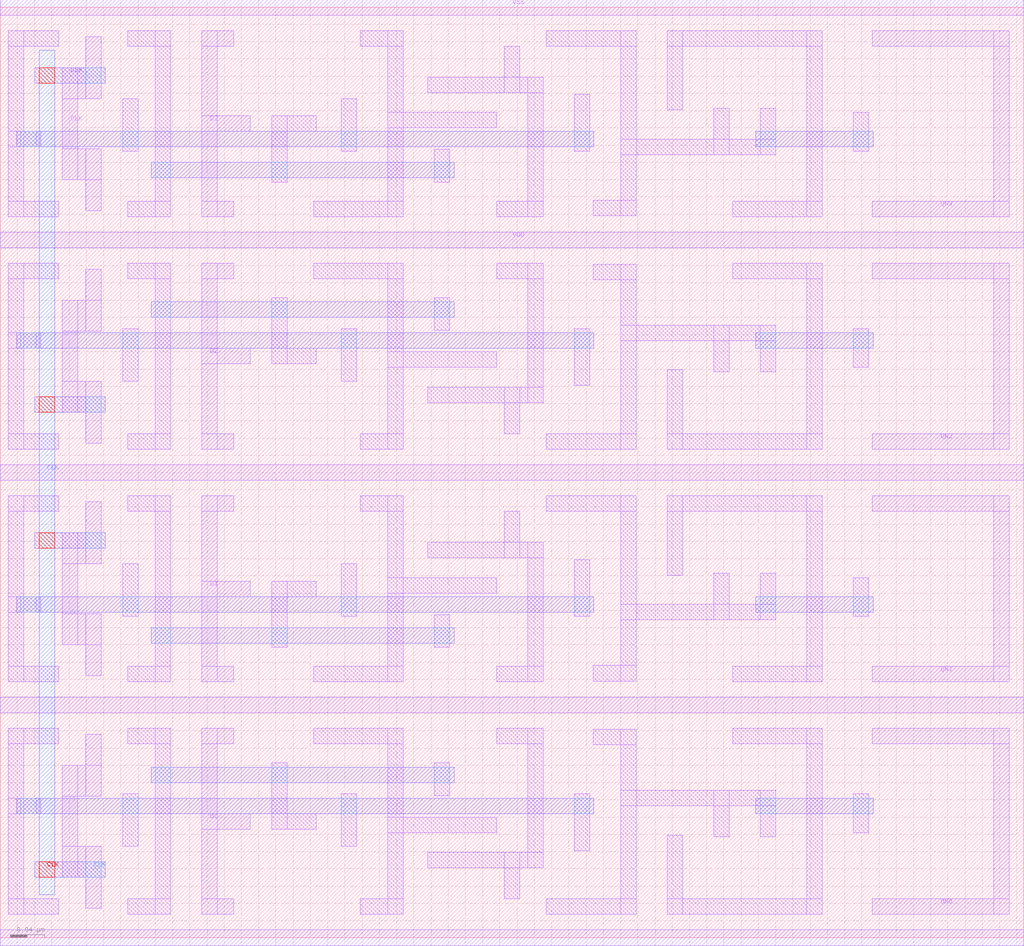
<source format=lef>
VERSION 5.8 ;
BUSBITCHARS "[]" ;
DIVIDERCHAR "/" ;

SITE asap7sc7p5t_pg
 CLASS CORE ;
 SIZE 0.054 BY 0.540 ;
 SYMMETRY X Y ;
END asap7sc7p5t_pg

MACRO DFFHQNV4Xx1_ASAP7_75t_L
  CLASS CORE ;
  ORIGIN 0 0 ;
  FOREIGN DFFHQNV4Xx1_ASAP7_75t_L 0 0 ;
  SIZE 1.08 BY 1.08 ;
  SYMMETRY X Y ;
  SITE asap7sc7p5t_pg ;
  PIN D0
    DIRECTION INPUT ;
    USE SIGNAL ;
    PORT
      LAYER M1 ;
        RECT 0.234 0.126 0.29 0.144 ;
        RECT 0.234 0.225 0.271 0.243 ;
        RECT 0.234 0.027 0.271 0.045 ;
        RECT 0.234 0.027 0.252 0.243 ;
    END
  END D0
  PIN D1
    DIRECTION INPUT ;
    USE SIGNAL ;
    PORT
      LAYER M1 ;
        RECT 0.234 0.396 0.29 0.414 ;
        RECT 0.234 0.495 0.271 0.513 ;
        RECT 0.234 0.297 0.271 0.315 ;
        RECT 0.234 0.297 0.252 0.513 ;
    END
  END D1
  PIN D2
    DIRECTION INPUT ;
    USE SIGNAL ;
    PORT
      LAYER M1 ;
        RECT 0.234 0.666 0.29 0.684 ;
        RECT 0.234 0.765 0.271 0.783 ;
        RECT 0.234 0.567 0.271 0.585 ;
        RECT 0.234 0.567 0.252 0.783 ;
    END
  END D2
  PIN D3
    DIRECTION INPUT ;
    USE SIGNAL ;
    PORT
      LAYER M1 ;
        RECT 0.234 0.936 0.29 0.954 ;
        RECT 0.234 1.035 0.271 1.053 ;
        RECT 0.234 0.837 0.271 0.855 ;
        RECT 0.234 0.837 0.252 1.053 ;
    END
  END D3
  PIN QN0
    DIRECTION OUTPUT ;
    USE SIGNAL ;
    PORT
      LAYER M1 ;
        RECT 1.012 0.225 1.062 0.243 ;
        RECT 1.044 0.027 1.062 0.243 ;
        RECT 1.012 0.027 1.062 0.045 ;
    END
  END QN0
  PIN QN1
    DIRECTION OUTPUT ;
    USE SIGNAL ;
    PORT
      LAYER M1 ;
        RECT 1.012 0.495 1.062 0.513 ;
        RECT 1.044 0.297 1.062 0.513 ;
        RECT 1.012 0.297 1.062 0.315 ;
    END
  END QN1
  PIN QN2
    DIRECTION OUTPUT ;
    USE SIGNAL ;
    PORT
      LAYER M1 ;
        RECT 1.012 0.765 1.062 0.783 ;
        RECT 1.044 0.567 1.062 0.783 ;
        RECT 1.012 0.567 1.062 0.585 ;
    END
  END QN2
  PIN QN3
    DIRECTION OUTPUT ;
    USE SIGNAL ;
    PORT
      LAYER M1 ;
        RECT 1.012 1.035 1.062 1.053 ;
        RECT 1.044 0.837 1.062 1.053 ;
        RECT 1.012 0.837 1.062 0.855 ;
    END
  END QN3
  PIN VDD
    DIRECTION INOUT ;
    USE POWER ;
    SHAPE ABUTMENT ;
    PORT
      LAYER M1 ;
        RECT 0 0.261 1.08 0.279 ;
        RECT 0 0.801 1.08 0.819 ;
    END
  END VDD
  PIN VSS
    DIRECTION INOUT ;
    USE GROUND ;
    SHAPE ABUTMENT ;
    PORT
      LAYER M1 ;
        RECT 0 -0.009 1.08 0.009 ;
        RECT 0 0.531 1.08 0.549 ;
        RECT 0 1.071 1.08 1.089 ;
    END
  END VSS
  PIN CLK
    DIRECTION INPUT ;
    USE CLOCK ;
    PORT
      LAYER M2 ;
        RECT 0.04 0.07 0.122 0.088 ;
        RECT 0.04 0.452 0.122 0.47 ;
        RECT 0.04 0.61 0.122 0.628 ;
        RECT 0.04 0.992 0.122 1.01 ;
      LAYER M3 ;
        RECT 0.045 0.05 0.063 1.03 ;
      LAYER M1 ;
        RECT 0.099 0.164 0.117 0.236 ;
        RECT 0.072 0.07 0.117 0.106 ;
        RECT 0.099 0.034 0.117 0.106 ;
        RECT 0.072 0.164 0.117 0.2 ;
        RECT 0.072 0.07 0.09 0.2 ;
        RECT 0.099 0.434 0.117 0.506 ;
        RECT 0.072 0.34 0.117 0.376 ;
        RECT 0.099 0.304 0.117 0.376 ;
        RECT 0.072 0.434 0.117 0.47 ;
        RECT 0.072 0.34 0.09 0.47 ;
        RECT 0.099 0.704 0.117 0.776 ;
        RECT 0.072 0.61 0.117 0.646 ;
        RECT 0.099 0.574 0.117 0.646 ;
        RECT 0.072 0.704 0.117 0.74 ;
        RECT 0.072 0.61 0.09 0.74 ;
        RECT 0.099 0.974 0.117 1.046 ;
        RECT 0.072 0.88 0.117 0.916 ;
        RECT 0.099 0.844 0.117 0.916 ;
        RECT 0.072 0.974 0.117 1.01 ;
        RECT 0.072 0.88 0.09 1.01 ;
      LAYER V2 ;
        RECT 0.045 0.992 0.063 1.01 ;
        RECT 0.045 0.61 0.063 0.628 ;
        RECT 0.045 0.452 0.063 0.47 ;
        RECT 0.045 0.07 0.063 0.088 ;
      LAYER V1 ;
        RECT 0.099 0.992 0.117 1.01 ;
        RECT 0.099 0.61 0.117 0.628 ;
        RECT 0.099 0.452 0.117 0.47 ;
        RECT 0.099 0.07 0.117 0.088 ;
    END
  END CLK
  OBS
    LAYER M1 ;
      RECT 0.85 0.225 0.954 0.243 ;
      RECT 0.936 0.027 0.954 0.243 ;
      RECT 0.774 0.027 0.792 0.119 ;
      RECT 0.774 0.027 0.954 0.045 ;
      RECT 0.774 0.495 0.954 0.513 ;
      RECT 0.936 0.297 0.954 0.513 ;
      RECT 0.774 0.421 0.792 0.513 ;
      RECT 0.85 0.297 0.954 0.315 ;
      RECT 0.85 0.765 0.954 0.783 ;
      RECT 0.936 0.567 0.954 0.783 ;
      RECT 0.774 0.567 0.792 0.659 ;
      RECT 0.774 0.567 0.954 0.585 ;
      RECT 0.774 1.035 0.954 1.053 ;
      RECT 0.936 0.837 0.954 1.053 ;
      RECT 0.774 0.961 0.792 1.053 ;
      RECT 0.85 0.837 0.954 0.855 ;
      RECT 0.688 0.224 0.738 0.242 ;
      RECT 0.72 0.027 0.738 0.242 ;
      RECT 0.72 0.153 0.9 0.171 ;
      RECT 0.882 0.117 0.9 0.171 ;
      RECT 0.828 0.117 0.846 0.171 ;
      RECT 0.634 0.027 0.738 0.045 ;
      RECT 0.634 0.495 0.738 0.513 ;
      RECT 0.72 0.298 0.738 0.513 ;
      RECT 0.882 0.369 0.9 0.423 ;
      RECT 0.828 0.369 0.846 0.423 ;
      RECT 0.72 0.369 0.9 0.387 ;
      RECT 0.688 0.298 0.738 0.316 ;
      RECT 0.688 0.764 0.738 0.782 ;
      RECT 0.72 0.567 0.738 0.782 ;
      RECT 0.72 0.693 0.9 0.711 ;
      RECT 0.882 0.657 0.9 0.711 ;
      RECT 0.828 0.657 0.846 0.711 ;
      RECT 0.634 0.567 0.738 0.585 ;
      RECT 0.634 1.035 0.738 1.053 ;
      RECT 0.72 0.838 0.738 1.053 ;
      RECT 0.882 0.909 0.9 0.963 ;
      RECT 0.828 0.909 0.846 0.963 ;
      RECT 0.72 0.909 0.9 0.927 ;
      RECT 0.688 0.838 0.738 0.856 ;
      RECT 0.576 0.225 0.63 0.243 ;
      RECT 0.612 0.081 0.63 0.243 ;
      RECT 0.496 0.081 0.63 0.099 ;
      RECT 0.585 0.045 0.603 0.099 ;
      RECT 0.585 0.441 0.603 0.495 ;
      RECT 0.496 0.441 0.63 0.459 ;
      RECT 0.612 0.297 0.63 0.459 ;
      RECT 0.576 0.297 0.63 0.315 ;
      RECT 0.576 0.765 0.63 0.783 ;
      RECT 0.612 0.621 0.63 0.783 ;
      RECT 0.496 0.621 0.63 0.639 ;
      RECT 0.585 0.585 0.603 0.639 ;
      RECT 0.585 0.981 0.603 1.035 ;
      RECT 0.496 0.981 0.63 0.999 ;
      RECT 0.612 0.837 0.63 0.999 ;
      RECT 0.576 0.837 0.63 0.855 ;
      RECT 0.364 0.225 0.468 0.243 ;
      RECT 0.45 0.027 0.468 0.243 ;
      RECT 0.45 0.122 0.576 0.14 ;
      RECT 0.418 0.027 0.468 0.045 ;
      RECT 0.418 0.495 0.468 0.513 ;
      RECT 0.45 0.297 0.468 0.513 ;
      RECT 0.45 0.4 0.576 0.418 ;
      RECT 0.364 0.297 0.468 0.315 ;
      RECT 0.364 0.765 0.468 0.783 ;
      RECT 0.45 0.567 0.468 0.783 ;
      RECT 0.45 0.662 0.576 0.68 ;
      RECT 0.418 0.567 0.468 0.585 ;
      RECT 0.418 1.035 0.468 1.053 ;
      RECT 0.45 0.837 0.468 1.053 ;
      RECT 0.45 0.94 0.576 0.958 ;
      RECT 0.364 0.837 0.468 0.855 ;
      RECT 0.315 0.126 0.333 0.203 ;
      RECT 0.315 0.126 0.367 0.144 ;
      RECT 0.315 0.396 0.367 0.414 ;
      RECT 0.315 0.337 0.333 0.414 ;
      RECT 0.315 0.666 0.333 0.743 ;
      RECT 0.315 0.666 0.367 0.684 ;
      RECT 0.315 0.936 0.367 0.954 ;
      RECT 0.315 0.877 0.333 0.954 ;
      RECT 0.148 0.225 0.198 0.243 ;
      RECT 0.18 0.027 0.198 0.243 ;
      RECT 0.148 0.027 0.198 0.045 ;
      RECT 0.148 0.495 0.198 0.513 ;
      RECT 0.18 0.297 0.198 0.513 ;
      RECT 0.148 0.297 0.198 0.315 ;
      RECT 0.148 0.765 0.198 0.783 ;
      RECT 0.18 0.567 0.198 0.783 ;
      RECT 0.148 0.567 0.198 0.585 ;
      RECT 0.148 1.035 0.198 1.053 ;
      RECT 0.18 0.837 0.198 1.053 ;
      RECT 0.148 0.837 0.198 0.855 ;
      RECT 0.009 0.225 0.068 0.243 ;
      RECT 0.009 0.027 0.027 0.243 ;
      RECT 0.009 0.144 0.047 0.162 ;
      RECT 0.009 0.027 0.068 0.045 ;
      RECT 0.009 0.495 0.068 0.513 ;
      RECT 0.009 0.297 0.027 0.513 ;
      RECT 0.009 0.378 0.047 0.396 ;
      RECT 0.009 0.297 0.068 0.315 ;
      RECT 0.009 0.765 0.068 0.783 ;
      RECT 0.009 0.567 0.027 0.783 ;
      RECT 0.009 0.684 0.047 0.702 ;
      RECT 0.009 0.567 0.068 0.585 ;
      RECT 0.009 1.035 0.068 1.053 ;
      RECT 0.009 0.837 0.027 1.053 ;
      RECT 0.009 0.918 0.047 0.936 ;
      RECT 0.009 0.837 0.068 0.855 ;
      RECT 0.99 0.09 1.008 0.167 ;
      RECT 0.99 0.373 1.008 0.45 ;
      RECT 0.99 0.63 1.008 0.707 ;
      RECT 0.99 0.913 1.008 0.99 ;
      RECT 0.666 0.101 0.684 0.167 ;
      RECT 0.666 0.373 0.684 0.439 ;
      RECT 0.666 0.641 0.684 0.707 ;
      RECT 0.666 0.913 0.684 0.979 ;
      RECT 0.504 0.165 0.522 0.203 ;
      RECT 0.504 0.337 0.522 0.375 ;
      RECT 0.504 0.705 0.522 0.743 ;
      RECT 0.504 0.877 0.522 0.915 ;
      RECT 0.396 0.106 0.414 0.167 ;
      RECT 0.396 0.373 0.414 0.434 ;
      RECT 0.396 0.646 0.414 0.707 ;
      RECT 0.396 0.913 0.414 0.974 ;
      RECT 0.142 0.106 0.16 0.167 ;
      RECT 0.142 0.373 0.16 0.434 ;
      RECT 0.142 0.646 0.16 0.707 ;
      RECT 0.142 0.913 0.16 0.974 ;
    LAYER M2 ;
      RECT 0.877 0.144 1.013 0.162 ;
      RECT 0.877 0.378 1.013 0.396 ;
      RECT 0.877 0.684 1.013 0.702 ;
      RECT 0.877 0.918 1.013 0.936 ;
      RECT 0.019 0.144 0.689 0.162 ;
      RECT 0.019 0.378 0.689 0.396 ;
      RECT 0.019 0.684 0.689 0.702 ;
      RECT 0.019 0.918 0.689 0.936 ;
      RECT 0.175 0.18 0.527 0.198 ;
      RECT 0.175 0.342 0.527 0.36 ;
      RECT 0.175 0.72 0.527 0.738 ;
      RECT 0.175 0.882 0.527 0.9 ;
    LAYER V1 ;
      RECT 0.99 0.144 1.008 0.162 ;
      RECT 0.99 0.378 1.008 0.396 ;
      RECT 0.99 0.684 1.008 0.702 ;
      RECT 0.99 0.918 1.008 0.936 ;
      RECT 0.882 0.144 0.9 0.162 ;
      RECT 0.882 0.378 0.9 0.396 ;
      RECT 0.882 0.684 0.9 0.702 ;
      RECT 0.882 0.918 0.9 0.936 ;
      RECT 0.666 0.144 0.684 0.162 ;
      RECT 0.666 0.378 0.684 0.396 ;
      RECT 0.666 0.684 0.684 0.702 ;
      RECT 0.666 0.918 0.684 0.936 ;
      RECT 0.504 0.18 0.522 0.198 ;
      RECT 0.504 0.342 0.522 0.36 ;
      RECT 0.504 0.72 0.522 0.738 ;
      RECT 0.504 0.882 0.522 0.9 ;
      RECT 0.396 0.144 0.414 0.162 ;
      RECT 0.396 0.378 0.414 0.396 ;
      RECT 0.396 0.684 0.414 0.702 ;
      RECT 0.396 0.918 0.414 0.936 ;
      RECT 0.315 0.18 0.333 0.198 ;
      RECT 0.315 0.342 0.333 0.36 ;
      RECT 0.315 0.72 0.333 0.738 ;
      RECT 0.315 0.882 0.333 0.9 ;
      RECT 0.18 0.18 0.198 0.198 ;
      RECT 0.18 0.342 0.198 0.36 ;
      RECT 0.18 0.72 0.198 0.738 ;
      RECT 0.18 0.882 0.198 0.9 ;
      RECT 0.142 0.144 0.16 0.162 ;
      RECT 0.142 0.378 0.16 0.396 ;
      RECT 0.142 0.684 0.16 0.702 ;
      RECT 0.142 0.918 0.16 0.936 ;
      RECT 0.024 0.144 0.042 0.162 ;
      RECT 0.024 0.378 0.042 0.396 ;
      RECT 0.024 0.684 0.042 0.702 ;
      RECT 0.024 0.918 0.042 0.936 ;
  END
END DFFHQNV4Xx1_ASAP7_75t_L

MACRO DFFHQNV4Xx1_ASAP7_75t_R
  CLASS CORE ;
  ORIGIN 0 0 ;
  FOREIGN DFFHQNV4Xx1_ASAP7_75t_R 0 0 ;
  SIZE 1.08 BY 1.08 ;
  SYMMETRY X Y ;
  SITE asap7sc7p5t_pg ;
  PIN D0
    DIRECTION INPUT ;
    USE SIGNAL ;
    PORT
      LAYER M1 ;
        RECT 0.234 0.126 0.29 0.144 ;
        RECT 0.234 0.225 0.271 0.243 ;
        RECT 0.234 0.027 0.271 0.045 ;
        RECT 0.234 0.027 0.252 0.243 ;
    END
  END D0
  PIN D1
    DIRECTION INPUT ;
    USE SIGNAL ;
    PORT
      LAYER M1 ;
        RECT 0.234 0.396 0.29 0.414 ;
        RECT 0.234 0.495 0.271 0.513 ;
        RECT 0.234 0.297 0.271 0.315 ;
        RECT 0.234 0.297 0.252 0.513 ;
    END
  END D1
  PIN D2
    DIRECTION INPUT ;
    USE SIGNAL ;
    PORT
      LAYER M1 ;
        RECT 0.234 0.666 0.29 0.684 ;
        RECT 0.234 0.765 0.271 0.783 ;
        RECT 0.234 0.567 0.271 0.585 ;
        RECT 0.234 0.567 0.252 0.783 ;
    END
  END D2
  PIN D3
    DIRECTION INPUT ;
    USE SIGNAL ;
    PORT
      LAYER M1 ;
        RECT 0.234 0.936 0.29 0.954 ;
        RECT 0.234 1.035 0.271 1.053 ;
        RECT 0.234 0.837 0.271 0.855 ;
        RECT 0.234 0.837 0.252 1.053 ;
    END
  END D3
  PIN QN0
    DIRECTION OUTPUT ;
    USE SIGNAL ;
    PORT
      LAYER M1 ;
        RECT 1.012 0.225 1.062 0.243 ;
        RECT 1.044 0.027 1.062 0.243 ;
        RECT 1.012 0.027 1.062 0.045 ;
    END
  END QN0
  PIN QN1
    DIRECTION OUTPUT ;
    USE SIGNAL ;
    PORT
      LAYER M1 ;
        RECT 1.012 0.495 1.062 0.513 ;
        RECT 1.044 0.297 1.062 0.513 ;
        RECT 1.012 0.297 1.062 0.315 ;
    END
  END QN1
  PIN QN2
    DIRECTION OUTPUT ;
    USE SIGNAL ;
    PORT
      LAYER M1 ;
        RECT 1.012 0.765 1.062 0.783 ;
        RECT 1.044 0.567 1.062 0.783 ;
        RECT 1.012 0.567 1.062 0.585 ;
    END
  END QN2
  PIN QN3
    DIRECTION OUTPUT ;
    USE SIGNAL ;
    PORT
      LAYER M1 ;
        RECT 1.012 1.035 1.062 1.053 ;
        RECT 1.044 0.837 1.062 1.053 ;
        RECT 1.012 0.837 1.062 0.855 ;
    END
  END QN3
  PIN VDD
    DIRECTION INOUT ;
    USE POWER ;
    SHAPE ABUTMENT ;
    PORT
      LAYER M1 ;
        RECT 0 0.261 1.08 0.279 ;
        RECT 0 0.801 1.08 0.819 ;
    END
  END VDD
  PIN VSS
    DIRECTION INOUT ;
    USE GROUND ;
    SHAPE ABUTMENT ;
    PORT
      LAYER M1 ;
        RECT 0 -0.009 1.08 0.009 ;
        RECT 0 0.531 1.08 0.549 ;
        RECT 0 1.071 1.08 1.089 ;
    END
  END VSS
  PIN CLK
    DIRECTION INPUT ;
    USE CLOCK ;
    PORT
      LAYER M2 ;
        RECT 0.04 0.07 0.122 0.088 ;
        RECT 0.04 0.452 0.122 0.47 ;
        RECT 0.04 0.61 0.122 0.628 ;
        RECT 0.04 0.992 0.122 1.01 ;
      LAYER M3 ;
        RECT 0.045 0.05 0.063 1.03 ;
      LAYER M1 ;
        RECT 0.099 0.164 0.117 0.236 ;
        RECT 0.072 0.07 0.117 0.106 ;
        RECT 0.099 0.034 0.117 0.106 ;
        RECT 0.072 0.164 0.117 0.2 ;
        RECT 0.072 0.07 0.09 0.2 ;
        RECT 0.099 0.434 0.117 0.506 ;
        RECT 0.072 0.34 0.117 0.376 ;
        RECT 0.099 0.304 0.117 0.376 ;
        RECT 0.072 0.434 0.117 0.47 ;
        RECT 0.072 0.34 0.09 0.47 ;
        RECT 0.099 0.704 0.117 0.776 ;
        RECT 0.072 0.61 0.117 0.646 ;
        RECT 0.099 0.574 0.117 0.646 ;
        RECT 0.072 0.704 0.117 0.74 ;
        RECT 0.072 0.61 0.09 0.74 ;
        RECT 0.099 0.974 0.117 1.046 ;
        RECT 0.072 0.88 0.117 0.916 ;
        RECT 0.099 0.844 0.117 0.916 ;
        RECT 0.072 0.974 0.117 1.01 ;
        RECT 0.072 0.88 0.09 1.01 ;
      LAYER V2 ;
        RECT 0.045 0.992 0.063 1.01 ;
        RECT 0.045 0.61 0.063 0.628 ;
        RECT 0.045 0.452 0.063 0.47 ;
        RECT 0.045 0.07 0.063 0.088 ;
      LAYER V1 ;
        RECT 0.099 0.992 0.117 1.01 ;
        RECT 0.099 0.61 0.117 0.628 ;
        RECT 0.099 0.452 0.117 0.47 ;
        RECT 0.099 0.07 0.117 0.088 ;
    END
  END CLK
  OBS
    LAYER M1 ;
      RECT 0.85 0.225 0.954 0.243 ;
      RECT 0.936 0.027 0.954 0.243 ;
      RECT 0.774 0.027 0.792 0.119 ;
      RECT 0.774 0.027 0.954 0.045 ;
      RECT 0.774 0.495 0.954 0.513 ;
      RECT 0.936 0.297 0.954 0.513 ;
      RECT 0.774 0.421 0.792 0.513 ;
      RECT 0.85 0.297 0.954 0.315 ;
      RECT 0.85 0.765 0.954 0.783 ;
      RECT 0.936 0.567 0.954 0.783 ;
      RECT 0.774 0.567 0.792 0.659 ;
      RECT 0.774 0.567 0.954 0.585 ;
      RECT 0.774 1.035 0.954 1.053 ;
      RECT 0.936 0.837 0.954 1.053 ;
      RECT 0.774 0.961 0.792 1.053 ;
      RECT 0.85 0.837 0.954 0.855 ;
      RECT 0.688 0.224 0.738 0.242 ;
      RECT 0.72 0.027 0.738 0.242 ;
      RECT 0.72 0.153 0.9 0.171 ;
      RECT 0.882 0.117 0.9 0.171 ;
      RECT 0.828 0.117 0.846 0.171 ;
      RECT 0.634 0.027 0.738 0.045 ;
      RECT 0.634 0.495 0.738 0.513 ;
      RECT 0.72 0.298 0.738 0.513 ;
      RECT 0.882 0.369 0.9 0.423 ;
      RECT 0.828 0.369 0.846 0.423 ;
      RECT 0.72 0.369 0.9 0.387 ;
      RECT 0.688 0.298 0.738 0.316 ;
      RECT 0.688 0.764 0.738 0.782 ;
      RECT 0.72 0.567 0.738 0.782 ;
      RECT 0.72 0.693 0.9 0.711 ;
      RECT 0.882 0.657 0.9 0.711 ;
      RECT 0.828 0.657 0.846 0.711 ;
      RECT 0.634 0.567 0.738 0.585 ;
      RECT 0.634 1.035 0.738 1.053 ;
      RECT 0.72 0.838 0.738 1.053 ;
      RECT 0.882 0.909 0.9 0.963 ;
      RECT 0.828 0.909 0.846 0.963 ;
      RECT 0.72 0.909 0.9 0.927 ;
      RECT 0.688 0.838 0.738 0.856 ;
      RECT 0.576 0.225 0.63 0.243 ;
      RECT 0.612 0.081 0.63 0.243 ;
      RECT 0.496 0.081 0.63 0.099 ;
      RECT 0.585 0.045 0.603 0.099 ;
      RECT 0.585 0.441 0.603 0.495 ;
      RECT 0.496 0.441 0.63 0.459 ;
      RECT 0.612 0.297 0.63 0.459 ;
      RECT 0.576 0.297 0.63 0.315 ;
      RECT 0.576 0.765 0.63 0.783 ;
      RECT 0.612 0.621 0.63 0.783 ;
      RECT 0.496 0.621 0.63 0.639 ;
      RECT 0.585 0.585 0.603 0.639 ;
      RECT 0.585 0.981 0.603 1.035 ;
      RECT 0.496 0.981 0.63 0.999 ;
      RECT 0.612 0.837 0.63 0.999 ;
      RECT 0.576 0.837 0.63 0.855 ;
      RECT 0.364 0.225 0.468 0.243 ;
      RECT 0.45 0.027 0.468 0.243 ;
      RECT 0.45 0.122 0.576 0.14 ;
      RECT 0.418 0.027 0.468 0.045 ;
      RECT 0.418 0.495 0.468 0.513 ;
      RECT 0.45 0.297 0.468 0.513 ;
      RECT 0.45 0.4 0.576 0.418 ;
      RECT 0.364 0.297 0.468 0.315 ;
      RECT 0.364 0.765 0.468 0.783 ;
      RECT 0.45 0.567 0.468 0.783 ;
      RECT 0.45 0.662 0.576 0.68 ;
      RECT 0.418 0.567 0.468 0.585 ;
      RECT 0.418 1.035 0.468 1.053 ;
      RECT 0.45 0.837 0.468 1.053 ;
      RECT 0.45 0.94 0.576 0.958 ;
      RECT 0.364 0.837 0.468 0.855 ;
      RECT 0.315 0.126 0.333 0.203 ;
      RECT 0.315 0.126 0.367 0.144 ;
      RECT 0.315 0.396 0.367 0.414 ;
      RECT 0.315 0.337 0.333 0.414 ;
      RECT 0.315 0.666 0.333 0.743 ;
      RECT 0.315 0.666 0.367 0.684 ;
      RECT 0.315 0.936 0.367 0.954 ;
      RECT 0.315 0.877 0.333 0.954 ;
      RECT 0.148 0.225 0.198 0.243 ;
      RECT 0.18 0.027 0.198 0.243 ;
      RECT 0.148 0.027 0.198 0.045 ;
      RECT 0.148 0.495 0.198 0.513 ;
      RECT 0.18 0.297 0.198 0.513 ;
      RECT 0.148 0.297 0.198 0.315 ;
      RECT 0.148 0.765 0.198 0.783 ;
      RECT 0.18 0.567 0.198 0.783 ;
      RECT 0.148 0.567 0.198 0.585 ;
      RECT 0.148 1.035 0.198 1.053 ;
      RECT 0.18 0.837 0.198 1.053 ;
      RECT 0.148 0.837 0.198 0.855 ;
      RECT 0.009 0.225 0.068 0.243 ;
      RECT 0.009 0.027 0.027 0.243 ;
      RECT 0.009 0.144 0.047 0.162 ;
      RECT 0.009 0.027 0.068 0.045 ;
      RECT 0.009 0.495 0.068 0.513 ;
      RECT 0.009 0.297 0.027 0.513 ;
      RECT 0.009 0.378 0.047 0.396 ;
      RECT 0.009 0.297 0.068 0.315 ;
      RECT 0.009 0.765 0.068 0.783 ;
      RECT 0.009 0.567 0.027 0.783 ;
      RECT 0.009 0.684 0.047 0.702 ;
      RECT 0.009 0.567 0.068 0.585 ;
      RECT 0.009 1.035 0.068 1.053 ;
      RECT 0.009 0.837 0.027 1.053 ;
      RECT 0.009 0.918 0.047 0.936 ;
      RECT 0.009 0.837 0.068 0.855 ;
      RECT 0.99 0.09 1.008 0.167 ;
      RECT 0.99 0.373 1.008 0.45 ;
      RECT 0.99 0.63 1.008 0.707 ;
      RECT 0.99 0.913 1.008 0.99 ;
      RECT 0.666 0.101 0.684 0.167 ;
      RECT 0.666 0.373 0.684 0.439 ;
      RECT 0.666 0.641 0.684 0.707 ;
      RECT 0.666 0.913 0.684 0.979 ;
      RECT 0.504 0.165 0.522 0.203 ;
      RECT 0.504 0.337 0.522 0.375 ;
      RECT 0.504 0.705 0.522 0.743 ;
      RECT 0.504 0.877 0.522 0.915 ;
      RECT 0.396 0.106 0.414 0.167 ;
      RECT 0.396 0.373 0.414 0.434 ;
      RECT 0.396 0.646 0.414 0.707 ;
      RECT 0.396 0.913 0.414 0.974 ;
      RECT 0.142 0.106 0.16 0.167 ;
      RECT 0.142 0.373 0.16 0.434 ;
      RECT 0.142 0.646 0.16 0.707 ;
      RECT 0.142 0.913 0.16 0.974 ;
    LAYER M2 ;
      RECT 0.877 0.144 1.013 0.162 ;
      RECT 0.877 0.378 1.013 0.396 ;
      RECT 0.877 0.684 1.013 0.702 ;
      RECT 0.877 0.918 1.013 0.936 ;
      RECT 0.019 0.144 0.689 0.162 ;
      RECT 0.019 0.378 0.689 0.396 ;
      RECT 0.019 0.684 0.689 0.702 ;
      RECT 0.019 0.918 0.689 0.936 ;
      RECT 0.175 0.18 0.527 0.198 ;
      RECT 0.175 0.342 0.527 0.36 ;
      RECT 0.175 0.72 0.527 0.738 ;
      RECT 0.175 0.882 0.527 0.9 ;
    LAYER V1 ;
      RECT 0.99 0.144 1.008 0.162 ;
      RECT 0.99 0.378 1.008 0.396 ;
      RECT 0.99 0.684 1.008 0.702 ;
      RECT 0.99 0.918 1.008 0.936 ;
      RECT 0.882 0.144 0.9 0.162 ;
      RECT 0.882 0.378 0.9 0.396 ;
      RECT 0.882 0.684 0.9 0.702 ;
      RECT 0.882 0.918 0.9 0.936 ;
      RECT 0.666 0.144 0.684 0.162 ;
      RECT 0.666 0.378 0.684 0.396 ;
      RECT 0.666 0.684 0.684 0.702 ;
      RECT 0.666 0.918 0.684 0.936 ;
      RECT 0.504 0.18 0.522 0.198 ;
      RECT 0.504 0.342 0.522 0.36 ;
      RECT 0.504 0.72 0.522 0.738 ;
      RECT 0.504 0.882 0.522 0.9 ;
      RECT 0.396 0.144 0.414 0.162 ;
      RECT 0.396 0.378 0.414 0.396 ;
      RECT 0.396 0.684 0.414 0.702 ;
      RECT 0.396 0.918 0.414 0.936 ;
      RECT 0.315 0.18 0.333 0.198 ;
      RECT 0.315 0.342 0.333 0.36 ;
      RECT 0.315 0.72 0.333 0.738 ;
      RECT 0.315 0.882 0.333 0.9 ;
      RECT 0.18 0.18 0.198 0.198 ;
      RECT 0.18 0.342 0.198 0.36 ;
      RECT 0.18 0.72 0.198 0.738 ;
      RECT 0.18 0.882 0.198 0.9 ;
      RECT 0.142 0.144 0.16 0.162 ;
      RECT 0.142 0.378 0.16 0.396 ;
      RECT 0.142 0.684 0.16 0.702 ;
      RECT 0.142 0.918 0.16 0.936 ;
      RECT 0.024 0.144 0.042 0.162 ;
      RECT 0.024 0.378 0.042 0.396 ;
      RECT 0.024 0.684 0.042 0.702 ;
      RECT 0.024 0.918 0.042 0.936 ;
  END
END DFFHQNV4Xx1_ASAP7_75t_R

MACRO DFFHQNV4Xx1_ASAP7_75t_SL
  CLASS CORE ;
  ORIGIN 0 0 ;
  FOREIGN DFFHQNV4Xx1_ASAP7_75t_SL 0 0 ;
  SIZE 1.08 BY 1.08 ;
  SYMMETRY X Y ;
  SITE asap7sc7p5t_pg ;
  PIN D0
    DIRECTION INPUT ;
    USE SIGNAL ;
    PORT
      LAYER M1 ;
        RECT 0.234 0.126 0.29 0.144 ;
        RECT 0.234 0.225 0.271 0.243 ;
        RECT 0.234 0.027 0.271 0.045 ;
        RECT 0.234 0.027 0.252 0.243 ;
    END
  END D0
  PIN D1
    DIRECTION INPUT ;
    USE SIGNAL ;
    PORT
      LAYER M1 ;
        RECT 0.234 0.396 0.29 0.414 ;
        RECT 0.234 0.495 0.271 0.513 ;
        RECT 0.234 0.297 0.271 0.315 ;
        RECT 0.234 0.297 0.252 0.513 ;
    END
  END D1
  PIN D2
    DIRECTION INPUT ;
    USE SIGNAL ;
    PORT
      LAYER M1 ;
        RECT 0.234 0.666 0.29 0.684 ;
        RECT 0.234 0.765 0.271 0.783 ;
        RECT 0.234 0.567 0.271 0.585 ;
        RECT 0.234 0.567 0.252 0.783 ;
    END
  END D2
  PIN D3
    DIRECTION INPUT ;
    USE SIGNAL ;
    PORT
      LAYER M1 ;
        RECT 0.234 0.936 0.29 0.954 ;
        RECT 0.234 1.035 0.271 1.053 ;
        RECT 0.234 0.837 0.271 0.855 ;
        RECT 0.234 0.837 0.252 1.053 ;
    END
  END D3
  PIN QN0
    DIRECTION OUTPUT ;
    USE SIGNAL ;
    PORT
      LAYER M1 ;
        RECT 1.012 0.225 1.062 0.243 ;
        RECT 1.044 0.027 1.062 0.243 ;
        RECT 1.012 0.027 1.062 0.045 ;
    END
  END QN0
  PIN QN1
    DIRECTION OUTPUT ;
    USE SIGNAL ;
    PORT
      LAYER M1 ;
        RECT 1.012 0.495 1.062 0.513 ;
        RECT 1.044 0.297 1.062 0.513 ;
        RECT 1.012 0.297 1.062 0.315 ;
    END
  END QN1
  PIN QN2
    DIRECTION OUTPUT ;
    USE SIGNAL ;
    PORT
      LAYER M1 ;
        RECT 1.012 0.765 1.062 0.783 ;
        RECT 1.044 0.567 1.062 0.783 ;
        RECT 1.012 0.567 1.062 0.585 ;
    END
  END QN2
  PIN QN3
    DIRECTION OUTPUT ;
    USE SIGNAL ;
    PORT
      LAYER M1 ;
        RECT 1.012 1.035 1.062 1.053 ;
        RECT 1.044 0.837 1.062 1.053 ;
        RECT 1.012 0.837 1.062 0.855 ;
    END
  END QN3
  PIN VDD
    DIRECTION INOUT ;
    USE POWER ;
    SHAPE ABUTMENT ;
    PORT
      LAYER M1 ;
        RECT 0 0.261 1.08 0.279 ;
        RECT 0 0.801 1.08 0.819 ;
    END
  END VDD
  PIN VSS
    DIRECTION INOUT ;
    USE GROUND ;
    SHAPE ABUTMENT ;
    PORT
      LAYER M1 ;
        RECT 0 -0.009 1.08 0.009 ;
        RECT 0 0.531 1.08 0.549 ;
        RECT 0 1.071 1.08 1.089 ;
    END
  END VSS
  PIN CLK
    DIRECTION INPUT ;
    USE CLOCK ;
    PORT
      LAYER M2 ;
        RECT 0.04 0.07 0.122 0.088 ;
        RECT 0.04 0.452 0.122 0.47 ;
        RECT 0.04 0.61 0.122 0.628 ;
        RECT 0.04 0.992 0.122 1.01 ;
      LAYER M3 ;
        RECT 0.045 0.05 0.063 1.03 ;
      LAYER M1 ;
        RECT 0.099 0.164 0.117 0.236 ;
        RECT 0.072 0.07 0.117 0.106 ;
        RECT 0.099 0.034 0.117 0.106 ;
        RECT 0.072 0.164 0.117 0.2 ;
        RECT 0.072 0.07 0.09 0.2 ;
        RECT 0.099 0.434 0.117 0.506 ;
        RECT 0.072 0.34 0.117 0.376 ;
        RECT 0.099 0.304 0.117 0.376 ;
        RECT 0.072 0.434 0.117 0.47 ;
        RECT 0.072 0.34 0.09 0.47 ;
        RECT 0.099 0.704 0.117 0.776 ;
        RECT 0.072 0.61 0.117 0.646 ;
        RECT 0.099 0.574 0.117 0.646 ;
        RECT 0.072 0.704 0.117 0.74 ;
        RECT 0.072 0.61 0.09 0.74 ;
        RECT 0.099 0.974 0.117 1.046 ;
        RECT 0.072 0.88 0.117 0.916 ;
        RECT 0.099 0.844 0.117 0.916 ;
        RECT 0.072 0.974 0.117 1.01 ;
        RECT 0.072 0.88 0.09 1.01 ;
      LAYER V2 ;
        RECT 0.045 0.992 0.063 1.01 ;
        RECT 0.045 0.61 0.063 0.628 ;
        RECT 0.045 0.452 0.063 0.47 ;
        RECT 0.045 0.07 0.063 0.088 ;
      LAYER V1 ;
        RECT 0.099 0.992 0.117 1.01 ;
        RECT 0.099 0.61 0.117 0.628 ;
        RECT 0.099 0.452 0.117 0.47 ;
        RECT 0.099 0.07 0.117 0.088 ;
    END
  END CLK
  OBS
    LAYER M1 ;
      RECT 0.85 0.225 0.954 0.243 ;
      RECT 0.936 0.027 0.954 0.243 ;
      RECT 0.774 0.027 0.792 0.119 ;
      RECT 0.774 0.027 0.954 0.045 ;
      RECT 0.774 0.495 0.954 0.513 ;
      RECT 0.936 0.297 0.954 0.513 ;
      RECT 0.774 0.421 0.792 0.513 ;
      RECT 0.85 0.297 0.954 0.315 ;
      RECT 0.85 0.765 0.954 0.783 ;
      RECT 0.936 0.567 0.954 0.783 ;
      RECT 0.774 0.567 0.792 0.659 ;
      RECT 0.774 0.567 0.954 0.585 ;
      RECT 0.774 1.035 0.954 1.053 ;
      RECT 0.936 0.837 0.954 1.053 ;
      RECT 0.774 0.961 0.792 1.053 ;
      RECT 0.85 0.837 0.954 0.855 ;
      RECT 0.688 0.224 0.738 0.242 ;
      RECT 0.72 0.027 0.738 0.242 ;
      RECT 0.72 0.153 0.9 0.171 ;
      RECT 0.882 0.117 0.9 0.171 ;
      RECT 0.828 0.117 0.846 0.171 ;
      RECT 0.634 0.027 0.738 0.045 ;
      RECT 0.634 0.495 0.738 0.513 ;
      RECT 0.72 0.298 0.738 0.513 ;
      RECT 0.882 0.369 0.9 0.423 ;
      RECT 0.828 0.369 0.846 0.423 ;
      RECT 0.72 0.369 0.9 0.387 ;
      RECT 0.688 0.298 0.738 0.316 ;
      RECT 0.688 0.764 0.738 0.782 ;
      RECT 0.72 0.567 0.738 0.782 ;
      RECT 0.72 0.693 0.9 0.711 ;
      RECT 0.882 0.657 0.9 0.711 ;
      RECT 0.828 0.657 0.846 0.711 ;
      RECT 0.634 0.567 0.738 0.585 ;
      RECT 0.634 1.035 0.738 1.053 ;
      RECT 0.72 0.838 0.738 1.053 ;
      RECT 0.882 0.909 0.9 0.963 ;
      RECT 0.828 0.909 0.846 0.963 ;
      RECT 0.72 0.909 0.9 0.927 ;
      RECT 0.688 0.838 0.738 0.856 ;
      RECT 0.576 0.225 0.63 0.243 ;
      RECT 0.612 0.081 0.63 0.243 ;
      RECT 0.496 0.081 0.63 0.099 ;
      RECT 0.585 0.045 0.603 0.099 ;
      RECT 0.585 0.441 0.603 0.495 ;
      RECT 0.496 0.441 0.63 0.459 ;
      RECT 0.612 0.297 0.63 0.459 ;
      RECT 0.576 0.297 0.63 0.315 ;
      RECT 0.576 0.765 0.63 0.783 ;
      RECT 0.612 0.621 0.63 0.783 ;
      RECT 0.496 0.621 0.63 0.639 ;
      RECT 0.585 0.585 0.603 0.639 ;
      RECT 0.585 0.981 0.603 1.035 ;
      RECT 0.496 0.981 0.63 0.999 ;
      RECT 0.612 0.837 0.63 0.999 ;
      RECT 0.576 0.837 0.63 0.855 ;
      RECT 0.364 0.225 0.468 0.243 ;
      RECT 0.45 0.027 0.468 0.243 ;
      RECT 0.45 0.122 0.576 0.14 ;
      RECT 0.418 0.027 0.468 0.045 ;
      RECT 0.418 0.495 0.468 0.513 ;
      RECT 0.45 0.297 0.468 0.513 ;
      RECT 0.45 0.4 0.576 0.418 ;
      RECT 0.364 0.297 0.468 0.315 ;
      RECT 0.364 0.765 0.468 0.783 ;
      RECT 0.45 0.567 0.468 0.783 ;
      RECT 0.45 0.662 0.576 0.68 ;
      RECT 0.418 0.567 0.468 0.585 ;
      RECT 0.418 1.035 0.468 1.053 ;
      RECT 0.45 0.837 0.468 1.053 ;
      RECT 0.45 0.94 0.576 0.958 ;
      RECT 0.364 0.837 0.468 0.855 ;
      RECT 0.315 0.126 0.333 0.203 ;
      RECT 0.315 0.126 0.367 0.144 ;
      RECT 0.315 0.396 0.367 0.414 ;
      RECT 0.315 0.337 0.333 0.414 ;
      RECT 0.315 0.666 0.333 0.743 ;
      RECT 0.315 0.666 0.367 0.684 ;
      RECT 0.315 0.936 0.367 0.954 ;
      RECT 0.315 0.877 0.333 0.954 ;
      RECT 0.148 0.225 0.198 0.243 ;
      RECT 0.18 0.027 0.198 0.243 ;
      RECT 0.148 0.027 0.198 0.045 ;
      RECT 0.148 0.495 0.198 0.513 ;
      RECT 0.18 0.297 0.198 0.513 ;
      RECT 0.148 0.297 0.198 0.315 ;
      RECT 0.148 0.765 0.198 0.783 ;
      RECT 0.18 0.567 0.198 0.783 ;
      RECT 0.148 0.567 0.198 0.585 ;
      RECT 0.148 1.035 0.198 1.053 ;
      RECT 0.18 0.837 0.198 1.053 ;
      RECT 0.148 0.837 0.198 0.855 ;
      RECT 0.009 0.225 0.068 0.243 ;
      RECT 0.009 0.027 0.027 0.243 ;
      RECT 0.009 0.144 0.047 0.162 ;
      RECT 0.009 0.027 0.068 0.045 ;
      RECT 0.009 0.495 0.068 0.513 ;
      RECT 0.009 0.297 0.027 0.513 ;
      RECT 0.009 0.378 0.047 0.396 ;
      RECT 0.009 0.297 0.068 0.315 ;
      RECT 0.009 0.765 0.068 0.783 ;
      RECT 0.009 0.567 0.027 0.783 ;
      RECT 0.009 0.684 0.047 0.702 ;
      RECT 0.009 0.567 0.068 0.585 ;
      RECT 0.009 1.035 0.068 1.053 ;
      RECT 0.009 0.837 0.027 1.053 ;
      RECT 0.009 0.918 0.047 0.936 ;
      RECT 0.009 0.837 0.068 0.855 ;
      RECT 0.99 0.09 1.008 0.167 ;
      RECT 0.99 0.373 1.008 0.45 ;
      RECT 0.99 0.63 1.008 0.707 ;
      RECT 0.99 0.913 1.008 0.99 ;
      RECT 0.666 0.101 0.684 0.167 ;
      RECT 0.666 0.373 0.684 0.439 ;
      RECT 0.666 0.641 0.684 0.707 ;
      RECT 0.666 0.913 0.684 0.979 ;
      RECT 0.504 0.165 0.522 0.203 ;
      RECT 0.504 0.337 0.522 0.375 ;
      RECT 0.504 0.705 0.522 0.743 ;
      RECT 0.504 0.877 0.522 0.915 ;
      RECT 0.396 0.106 0.414 0.167 ;
      RECT 0.396 0.373 0.414 0.434 ;
      RECT 0.396 0.646 0.414 0.707 ;
      RECT 0.396 0.913 0.414 0.974 ;
      RECT 0.142 0.106 0.16 0.167 ;
      RECT 0.142 0.373 0.16 0.434 ;
      RECT 0.142 0.646 0.16 0.707 ;
      RECT 0.142 0.913 0.16 0.974 ;
    LAYER M2 ;
      RECT 0.877 0.144 1.013 0.162 ;
      RECT 0.877 0.378 1.013 0.396 ;
      RECT 0.877 0.684 1.013 0.702 ;
      RECT 0.877 0.918 1.013 0.936 ;
      RECT 0.019 0.144 0.689 0.162 ;
      RECT 0.019 0.378 0.689 0.396 ;
      RECT 0.019 0.684 0.689 0.702 ;
      RECT 0.019 0.918 0.689 0.936 ;
      RECT 0.175 0.18 0.527 0.198 ;
      RECT 0.175 0.342 0.527 0.36 ;
      RECT 0.175 0.72 0.527 0.738 ;
      RECT 0.175 0.882 0.527 0.9 ;
    LAYER V1 ;
      RECT 0.99 0.144 1.008 0.162 ;
      RECT 0.99 0.378 1.008 0.396 ;
      RECT 0.99 0.684 1.008 0.702 ;
      RECT 0.99 0.918 1.008 0.936 ;
      RECT 0.882 0.144 0.9 0.162 ;
      RECT 0.882 0.378 0.9 0.396 ;
      RECT 0.882 0.684 0.9 0.702 ;
      RECT 0.882 0.918 0.9 0.936 ;
      RECT 0.666 0.144 0.684 0.162 ;
      RECT 0.666 0.378 0.684 0.396 ;
      RECT 0.666 0.684 0.684 0.702 ;
      RECT 0.666 0.918 0.684 0.936 ;
      RECT 0.504 0.18 0.522 0.198 ;
      RECT 0.504 0.342 0.522 0.36 ;
      RECT 0.504 0.72 0.522 0.738 ;
      RECT 0.504 0.882 0.522 0.9 ;
      RECT 0.396 0.144 0.414 0.162 ;
      RECT 0.396 0.378 0.414 0.396 ;
      RECT 0.396 0.684 0.414 0.702 ;
      RECT 0.396 0.918 0.414 0.936 ;
      RECT 0.315 0.18 0.333 0.198 ;
      RECT 0.315 0.342 0.333 0.36 ;
      RECT 0.315 0.72 0.333 0.738 ;
      RECT 0.315 0.882 0.333 0.9 ;
      RECT 0.18 0.18 0.198 0.198 ;
      RECT 0.18 0.342 0.198 0.36 ;
      RECT 0.18 0.72 0.198 0.738 ;
      RECT 0.18 0.882 0.198 0.9 ;
      RECT 0.142 0.144 0.16 0.162 ;
      RECT 0.142 0.378 0.16 0.396 ;
      RECT 0.142 0.684 0.16 0.702 ;
      RECT 0.142 0.918 0.16 0.936 ;
      RECT 0.024 0.144 0.042 0.162 ;
      RECT 0.024 0.378 0.042 0.396 ;
      RECT 0.024 0.684 0.042 0.702 ;
      RECT 0.024 0.918 0.042 0.936 ;
  END
END DFFHQNV4Xx1_ASAP7_75t_SL

MACRO DFFHQNV4Xx2_ASAP7_75t_L
  CLASS CORE ;
  ORIGIN 0 0 ;
  FOREIGN DFFHQNV4Xx2_ASAP7_75t_L 0 0 ;
  SIZE 1.134 BY 1.08 ;
  SYMMETRY X Y ;
  SITE asap7sc7p5t_pg ;
  PIN D0
    DIRECTION INPUT ;
    USE SIGNAL ;
    PORT
      LAYER M1 ;
        RECT 0.234 0.126 0.29 0.144 ;
        RECT 0.234 0.225 0.271 0.243 ;
        RECT 0.234 0.027 0.271 0.045 ;
        RECT 0.234 0.027 0.252 0.243 ;
    END
  END D0
  PIN D1
    DIRECTION INPUT ;
    USE SIGNAL ;
    PORT
      LAYER M1 ;
        RECT 0.234 0.396 0.29 0.414 ;
        RECT 0.234 0.495 0.271 0.513 ;
        RECT 0.234 0.297 0.271 0.315 ;
        RECT 0.234 0.297 0.252 0.513 ;
    END
  END D1
  PIN D2
    DIRECTION INPUT ;
    USE SIGNAL ;
    PORT
      LAYER M1 ;
        RECT 0.234 0.666 0.29 0.684 ;
        RECT 0.234 0.765 0.271 0.783 ;
        RECT 0.234 0.567 0.271 0.585 ;
        RECT 0.234 0.567 0.252 0.783 ;
    END
  END D2
  PIN D3
    DIRECTION INPUT ;
    USE SIGNAL ;
    PORT
      LAYER M1 ;
        RECT 0.234 0.936 0.29 0.954 ;
        RECT 0.234 1.035 0.271 1.053 ;
        RECT 0.234 0.837 0.271 0.855 ;
        RECT 0.234 0.837 0.252 1.053 ;
    END
  END D3
  PIN QN0
    DIRECTION OUTPUT ;
    USE SIGNAL ;
    PORT
      LAYER M1 ;
        RECT 1.012 0.216 1.117 0.234 ;
        RECT 1.099 0.036 1.117 0.234 ;
        RECT 1.012 0.036 1.117 0.054 ;
    END
  END QN0
  PIN QN1
    DIRECTION OUTPUT ;
    USE SIGNAL ;
    PORT
      LAYER M1 ;
        RECT 1.012 0.486 1.117 0.504 ;
        RECT 1.099 0.306 1.117 0.504 ;
        RECT 1.012 0.306 1.117 0.324 ;
    END
  END QN1
  PIN QN2
    DIRECTION OUTPUT ;
    USE SIGNAL ;
    PORT
      LAYER M1 ;
        RECT 1.012 0.756 1.117 0.774 ;
        RECT 1.099 0.576 1.117 0.774 ;
        RECT 1.012 0.576 1.117 0.594 ;
    END
  END QN2
  PIN QN3
    DIRECTION OUTPUT ;
    USE SIGNAL ;
    PORT
      LAYER M1 ;
        RECT 1.012 1.026 1.117 1.044 ;
        RECT 1.099 0.846 1.117 1.044 ;
        RECT 1.012 0.846 1.117 0.864 ;
    END
  END QN3
  PIN VDD
    DIRECTION INOUT ;
    USE POWER ;
    SHAPE ABUTMENT ;
    PORT
      LAYER M1 ;
        RECT 0 0.261 1.134 0.279 ;
        RECT 0 0.801 1.134 0.819 ;
    END
  END VDD
  PIN VSS
    DIRECTION INOUT ;
    USE GROUND ;
    SHAPE ABUTMENT ;
    PORT
      LAYER M1 ;
        RECT 0 -0.009 1.134 0.009 ;
        RECT 0 0.531 1.134 0.549 ;
        RECT 0 1.071 1.134 1.089 ;
    END
  END VSS
  PIN CLK
    DIRECTION INPUT ;
    USE CLOCK ;
    PORT
      LAYER M2 ;
        RECT 0.04 0.07 0.122 0.088 ;
        RECT 0.04 0.452 0.122 0.47 ;
        RECT 0.04 0.61 0.122 0.628 ;
        RECT 0.04 0.992 0.122 1.01 ;
      LAYER M3 ;
        RECT 0.045 0.05 0.063 1.03 ;
      LAYER M1 ;
        RECT 0.099 0.164 0.117 0.236 ;
        RECT 0.072 0.07 0.117 0.106 ;
        RECT 0.099 0.034 0.117 0.106 ;
        RECT 0.072 0.164 0.117 0.2 ;
        RECT 0.072 0.07 0.09 0.2 ;
        RECT 0.099 0.434 0.117 0.506 ;
        RECT 0.072 0.34 0.117 0.376 ;
        RECT 0.099 0.304 0.117 0.376 ;
        RECT 0.072 0.434 0.117 0.47 ;
        RECT 0.072 0.34 0.09 0.47 ;
        RECT 0.099 0.704 0.117 0.776 ;
        RECT 0.072 0.61 0.117 0.646 ;
        RECT 0.099 0.574 0.117 0.646 ;
        RECT 0.072 0.704 0.117 0.74 ;
        RECT 0.072 0.61 0.09 0.74 ;
        RECT 0.099 0.974 0.117 1.046 ;
        RECT 0.072 0.88 0.117 0.916 ;
        RECT 0.099 0.844 0.117 0.916 ;
        RECT 0.072 0.974 0.117 1.01 ;
        RECT 0.072 0.88 0.09 1.01 ;
      LAYER V2 ;
        RECT 0.045 0.992 0.063 1.01 ;
        RECT 0.045 0.61 0.063 0.628 ;
        RECT 0.045 0.452 0.063 0.47 ;
        RECT 0.045 0.07 0.063 0.088 ;
      LAYER V1 ;
        RECT 0.099 0.992 0.117 1.01 ;
        RECT 0.099 0.61 0.117 0.628 ;
        RECT 0.099 0.452 0.117 0.47 ;
        RECT 0.099 0.07 0.117 0.088 ;
    END
  END CLK
  OBS
    LAYER M1 ;
      RECT 0.85 0.225 0.954 0.243 ;
      RECT 0.936 0.027 0.954 0.243 ;
      RECT 0.774 0.027 0.792 0.119 ;
      RECT 0.774 0.027 0.954 0.045 ;
      RECT 0.774 0.495 0.954 0.513 ;
      RECT 0.936 0.297 0.954 0.513 ;
      RECT 0.774 0.421 0.792 0.513 ;
      RECT 0.85 0.297 0.954 0.315 ;
      RECT 0.85 0.765 0.954 0.783 ;
      RECT 0.936 0.567 0.954 0.783 ;
      RECT 0.774 0.567 0.792 0.659 ;
      RECT 0.774 0.567 0.954 0.585 ;
      RECT 0.774 1.035 0.954 1.053 ;
      RECT 0.936 0.837 0.954 1.053 ;
      RECT 0.774 0.961 0.792 1.053 ;
      RECT 0.85 0.837 0.954 0.855 ;
      RECT 0.688 0.224 0.738 0.242 ;
      RECT 0.72 0.027 0.738 0.242 ;
      RECT 0.72 0.153 0.9 0.171 ;
      RECT 0.882 0.117 0.9 0.171 ;
      RECT 0.828 0.117 0.846 0.171 ;
      RECT 0.634 0.027 0.738 0.045 ;
      RECT 0.634 0.495 0.738 0.513 ;
      RECT 0.72 0.298 0.738 0.513 ;
      RECT 0.882 0.369 0.9 0.423 ;
      RECT 0.828 0.369 0.846 0.423 ;
      RECT 0.72 0.369 0.9 0.387 ;
      RECT 0.688 0.298 0.738 0.316 ;
      RECT 0.688 0.764 0.738 0.782 ;
      RECT 0.72 0.567 0.738 0.782 ;
      RECT 0.72 0.693 0.9 0.711 ;
      RECT 0.882 0.657 0.9 0.711 ;
      RECT 0.828 0.657 0.846 0.711 ;
      RECT 0.634 0.567 0.738 0.585 ;
      RECT 0.634 1.035 0.738 1.053 ;
      RECT 0.72 0.838 0.738 1.053 ;
      RECT 0.882 0.909 0.9 0.963 ;
      RECT 0.828 0.909 0.846 0.963 ;
      RECT 0.72 0.909 0.9 0.927 ;
      RECT 0.688 0.838 0.738 0.856 ;
      RECT 0.576 0.225 0.63 0.243 ;
      RECT 0.612 0.081 0.63 0.243 ;
      RECT 0.496 0.081 0.63 0.099 ;
      RECT 0.585 0.045 0.603 0.099 ;
      RECT 0.585 0.441 0.603 0.495 ;
      RECT 0.496 0.441 0.63 0.459 ;
      RECT 0.612 0.297 0.63 0.459 ;
      RECT 0.576 0.297 0.63 0.315 ;
      RECT 0.576 0.765 0.63 0.783 ;
      RECT 0.612 0.621 0.63 0.783 ;
      RECT 0.496 0.621 0.63 0.639 ;
      RECT 0.585 0.585 0.603 0.639 ;
      RECT 0.585 0.981 0.603 1.035 ;
      RECT 0.496 0.981 0.63 0.999 ;
      RECT 0.612 0.837 0.63 0.999 ;
      RECT 0.576 0.837 0.63 0.855 ;
      RECT 0.364 0.225 0.468 0.243 ;
      RECT 0.45 0.027 0.468 0.243 ;
      RECT 0.45 0.122 0.576 0.14 ;
      RECT 0.418 0.027 0.468 0.045 ;
      RECT 0.418 0.495 0.468 0.513 ;
      RECT 0.45 0.297 0.468 0.513 ;
      RECT 0.45 0.4 0.576 0.418 ;
      RECT 0.364 0.297 0.468 0.315 ;
      RECT 0.364 0.765 0.468 0.783 ;
      RECT 0.45 0.567 0.468 0.783 ;
      RECT 0.45 0.662 0.576 0.68 ;
      RECT 0.418 0.567 0.468 0.585 ;
      RECT 0.418 1.035 0.468 1.053 ;
      RECT 0.45 0.837 0.468 1.053 ;
      RECT 0.45 0.94 0.576 0.958 ;
      RECT 0.364 0.837 0.468 0.855 ;
      RECT 0.315 0.126 0.333 0.203 ;
      RECT 0.315 0.126 0.367 0.144 ;
      RECT 0.315 0.396 0.367 0.414 ;
      RECT 0.315 0.337 0.333 0.414 ;
      RECT 0.315 0.666 0.333 0.743 ;
      RECT 0.315 0.666 0.367 0.684 ;
      RECT 0.315 0.936 0.367 0.954 ;
      RECT 0.315 0.877 0.333 0.954 ;
      RECT 0.148 0.225 0.198 0.243 ;
      RECT 0.18 0.027 0.198 0.243 ;
      RECT 0.148 0.027 0.198 0.045 ;
      RECT 0.148 0.495 0.198 0.513 ;
      RECT 0.18 0.297 0.198 0.513 ;
      RECT 0.148 0.297 0.198 0.315 ;
      RECT 0.148 0.765 0.198 0.783 ;
      RECT 0.18 0.567 0.198 0.783 ;
      RECT 0.148 0.567 0.198 0.585 ;
      RECT 0.148 1.035 0.198 1.053 ;
      RECT 0.18 0.837 0.198 1.053 ;
      RECT 0.148 0.837 0.198 0.855 ;
      RECT 0.009 0.225 0.068 0.243 ;
      RECT 0.009 0.027 0.027 0.243 ;
      RECT 0.009 0.144 0.047 0.162 ;
      RECT 0.009 0.027 0.068 0.045 ;
      RECT 0.009 0.495 0.068 0.513 ;
      RECT 0.009 0.297 0.027 0.513 ;
      RECT 0.009 0.378 0.047 0.396 ;
      RECT 0.009 0.297 0.068 0.315 ;
      RECT 0.009 0.765 0.068 0.783 ;
      RECT 0.009 0.567 0.027 0.783 ;
      RECT 0.009 0.684 0.047 0.702 ;
      RECT 0.009 0.567 0.068 0.585 ;
      RECT 0.009 1.035 0.068 1.053 ;
      RECT 0.009 0.837 0.027 1.053 ;
      RECT 0.009 0.918 0.047 0.936 ;
      RECT 0.009 0.837 0.068 0.855 ;
      RECT 0.99 0.09 1.008 0.167 ;
      RECT 0.99 0.373 1.008 0.45 ;
      RECT 0.99 0.63 1.008 0.707 ;
      RECT 0.99 0.913 1.008 0.99 ;
      RECT 0.666 0.101 0.684 0.167 ;
      RECT 0.666 0.373 0.684 0.439 ;
      RECT 0.666 0.641 0.684 0.707 ;
      RECT 0.666 0.913 0.684 0.979 ;
      RECT 0.504 0.165 0.522 0.203 ;
      RECT 0.504 0.337 0.522 0.375 ;
      RECT 0.504 0.705 0.522 0.743 ;
      RECT 0.504 0.877 0.522 0.915 ;
      RECT 0.396 0.106 0.414 0.167 ;
      RECT 0.396 0.373 0.414 0.434 ;
      RECT 0.396 0.646 0.414 0.707 ;
      RECT 0.396 0.913 0.414 0.974 ;
      RECT 0.142 0.106 0.16 0.167 ;
      RECT 0.142 0.373 0.16 0.434 ;
      RECT 0.142 0.646 0.16 0.707 ;
      RECT 0.142 0.913 0.16 0.974 ;
    LAYER M2 ;
      RECT 0.877 0.144 1.013 0.162 ;
      RECT 0.877 0.378 1.013 0.396 ;
      RECT 0.877 0.684 1.013 0.702 ;
      RECT 0.877 0.918 1.013 0.936 ;
      RECT 0.019 0.144 0.689 0.162 ;
      RECT 0.019 0.378 0.689 0.396 ;
      RECT 0.019 0.684 0.689 0.702 ;
      RECT 0.019 0.918 0.689 0.936 ;
      RECT 0.175 0.18 0.527 0.198 ;
      RECT 0.175 0.342 0.527 0.36 ;
      RECT 0.175 0.72 0.527 0.738 ;
      RECT 0.175 0.882 0.527 0.9 ;
    LAYER V1 ;
      RECT 0.99 0.144 1.008 0.162 ;
      RECT 0.99 0.378 1.008 0.396 ;
      RECT 0.99 0.684 1.008 0.702 ;
      RECT 0.99 0.918 1.008 0.936 ;
      RECT 0.882 0.144 0.9 0.162 ;
      RECT 0.882 0.378 0.9 0.396 ;
      RECT 0.882 0.684 0.9 0.702 ;
      RECT 0.882 0.918 0.9 0.936 ;
      RECT 0.666 0.144 0.684 0.162 ;
      RECT 0.666 0.378 0.684 0.396 ;
      RECT 0.666 0.684 0.684 0.702 ;
      RECT 0.666 0.918 0.684 0.936 ;
      RECT 0.504 0.18 0.522 0.198 ;
      RECT 0.504 0.342 0.522 0.36 ;
      RECT 0.504 0.72 0.522 0.738 ;
      RECT 0.504 0.882 0.522 0.9 ;
      RECT 0.396 0.144 0.414 0.162 ;
      RECT 0.396 0.378 0.414 0.396 ;
      RECT 0.396 0.684 0.414 0.702 ;
      RECT 0.396 0.918 0.414 0.936 ;
      RECT 0.315 0.18 0.333 0.198 ;
      RECT 0.315 0.342 0.333 0.36 ;
      RECT 0.315 0.72 0.333 0.738 ;
      RECT 0.315 0.882 0.333 0.9 ;
      RECT 0.18 0.18 0.198 0.198 ;
      RECT 0.18 0.342 0.198 0.36 ;
      RECT 0.18 0.72 0.198 0.738 ;
      RECT 0.18 0.882 0.198 0.9 ;
      RECT 0.142 0.144 0.16 0.162 ;
      RECT 0.142 0.378 0.16 0.396 ;
      RECT 0.142 0.684 0.16 0.702 ;
      RECT 0.142 0.918 0.16 0.936 ;
      RECT 0.024 0.144 0.042 0.162 ;
      RECT 0.024 0.378 0.042 0.396 ;
      RECT 0.024 0.684 0.042 0.702 ;
      RECT 0.024 0.918 0.042 0.936 ;
  END
END DFFHQNV4Xx2_ASAP7_75t_L

MACRO DFFHQNV4Xx2_ASAP7_75t_R
  CLASS CORE ;
  ORIGIN 0 0 ;
  FOREIGN DFFHQNV4Xx2_ASAP7_75t_R 0 0 ;
  SIZE 1.134 BY 1.08 ;
  SYMMETRY X Y ;
  SITE asap7sc7p5t_pg ;
  PIN D0
    DIRECTION INPUT ;
    USE SIGNAL ;
    PORT
      LAYER M1 ;
        RECT 0.234 0.126 0.29 0.144 ;
        RECT 0.234 0.225 0.271 0.243 ;
        RECT 0.234 0.027 0.271 0.045 ;
        RECT 0.234 0.027 0.252 0.243 ;
    END
  END D0
  PIN D1
    DIRECTION INPUT ;
    USE SIGNAL ;
    PORT
      LAYER M1 ;
        RECT 0.234 0.396 0.29 0.414 ;
        RECT 0.234 0.495 0.271 0.513 ;
        RECT 0.234 0.297 0.271 0.315 ;
        RECT 0.234 0.297 0.252 0.513 ;
    END
  END D1
  PIN D2
    DIRECTION INPUT ;
    USE SIGNAL ;
    PORT
      LAYER M1 ;
        RECT 0.234 0.666 0.29 0.684 ;
        RECT 0.234 0.765 0.271 0.783 ;
        RECT 0.234 0.567 0.271 0.585 ;
        RECT 0.234 0.567 0.252 0.783 ;
    END
  END D2
  PIN D3
    DIRECTION INPUT ;
    USE SIGNAL ;
    PORT
      LAYER M1 ;
        RECT 0.234 0.936 0.29 0.954 ;
        RECT 0.234 1.035 0.271 1.053 ;
        RECT 0.234 0.837 0.271 0.855 ;
        RECT 0.234 0.837 0.252 1.053 ;
    END
  END D3
  PIN QN0
    DIRECTION OUTPUT ;
    USE SIGNAL ;
    PORT
      LAYER M1 ;
        RECT 1.012 0.216 1.117 0.234 ;
        RECT 1.099 0.036 1.117 0.234 ;
        RECT 1.012 0.036 1.117 0.054 ;
    END
  END QN0
  PIN QN1
    DIRECTION OUTPUT ;
    USE SIGNAL ;
    PORT
      LAYER M1 ;
        RECT 1.012 0.486 1.117 0.504 ;
        RECT 1.099 0.306 1.117 0.504 ;
        RECT 1.012 0.306 1.117 0.324 ;
    END
  END QN1
  PIN QN2
    DIRECTION OUTPUT ;
    USE SIGNAL ;
    PORT
      LAYER M1 ;
        RECT 1.012 0.756 1.117 0.774 ;
        RECT 1.099 0.576 1.117 0.774 ;
        RECT 1.012 0.576 1.117 0.594 ;
    END
  END QN2
  PIN QN3
    DIRECTION OUTPUT ;
    USE SIGNAL ;
    PORT
      LAYER M1 ;
        RECT 1.012 1.026 1.117 1.044 ;
        RECT 1.099 0.846 1.117 1.044 ;
        RECT 1.012 0.846 1.117 0.864 ;
    END
  END QN3
  PIN VDD
    DIRECTION INOUT ;
    USE POWER ;
    SHAPE ABUTMENT ;
    PORT
      LAYER M1 ;
        RECT 0 0.261 1.134 0.279 ;
        RECT 0 0.801 1.134 0.819 ;
    END
  END VDD
  PIN VSS
    DIRECTION INOUT ;
    USE GROUND ;
    SHAPE ABUTMENT ;
    PORT
      LAYER M1 ;
        RECT 0 -0.009 1.134 0.009 ;
        RECT 0 0.531 1.134 0.549 ;
        RECT 0 1.071 1.134 1.089 ;
    END
  END VSS
  PIN CLK
    DIRECTION INPUT ;
    USE CLOCK ;
    PORT
      LAYER M2 ;
        RECT 0.04 0.07 0.122 0.088 ;
        RECT 0.04 0.452 0.122 0.47 ;
        RECT 0.04 0.61 0.122 0.628 ;
        RECT 0.04 0.992 0.122 1.01 ;
      LAYER M3 ;
        RECT 0.045 0.05 0.063 1.03 ;
      LAYER M1 ;
        RECT 0.099 0.164 0.117 0.236 ;
        RECT 0.072 0.07 0.117 0.106 ;
        RECT 0.099 0.034 0.117 0.106 ;
        RECT 0.072 0.164 0.117 0.2 ;
        RECT 0.072 0.07 0.09 0.2 ;
        RECT 0.099 0.434 0.117 0.506 ;
        RECT 0.072 0.34 0.117 0.376 ;
        RECT 0.099 0.304 0.117 0.376 ;
        RECT 0.072 0.434 0.117 0.47 ;
        RECT 0.072 0.34 0.09 0.47 ;
        RECT 0.099 0.704 0.117 0.776 ;
        RECT 0.072 0.61 0.117 0.646 ;
        RECT 0.099 0.574 0.117 0.646 ;
        RECT 0.072 0.704 0.117 0.74 ;
        RECT 0.072 0.61 0.09 0.74 ;
        RECT 0.099 0.974 0.117 1.046 ;
        RECT 0.072 0.88 0.117 0.916 ;
        RECT 0.099 0.844 0.117 0.916 ;
        RECT 0.072 0.974 0.117 1.01 ;
        RECT 0.072 0.88 0.09 1.01 ;
      LAYER V2 ;
        RECT 0.045 0.992 0.063 1.01 ;
        RECT 0.045 0.61 0.063 0.628 ;
        RECT 0.045 0.452 0.063 0.47 ;
        RECT 0.045 0.07 0.063 0.088 ;
      LAYER V1 ;
        RECT 0.099 0.992 0.117 1.01 ;
        RECT 0.099 0.61 0.117 0.628 ;
        RECT 0.099 0.452 0.117 0.47 ;
        RECT 0.099 0.07 0.117 0.088 ;
    END
  END CLK
  OBS
    LAYER M1 ;
      RECT 0.85 0.225 0.954 0.243 ;
      RECT 0.936 0.027 0.954 0.243 ;
      RECT 0.774 0.027 0.792 0.119 ;
      RECT 0.774 0.027 0.954 0.045 ;
      RECT 0.774 0.495 0.954 0.513 ;
      RECT 0.936 0.297 0.954 0.513 ;
      RECT 0.774 0.421 0.792 0.513 ;
      RECT 0.85 0.297 0.954 0.315 ;
      RECT 0.85 0.765 0.954 0.783 ;
      RECT 0.936 0.567 0.954 0.783 ;
      RECT 0.774 0.567 0.792 0.659 ;
      RECT 0.774 0.567 0.954 0.585 ;
      RECT 0.774 1.035 0.954 1.053 ;
      RECT 0.936 0.837 0.954 1.053 ;
      RECT 0.774 0.961 0.792 1.053 ;
      RECT 0.85 0.837 0.954 0.855 ;
      RECT 0.688 0.224 0.738 0.242 ;
      RECT 0.72 0.027 0.738 0.242 ;
      RECT 0.72 0.153 0.9 0.171 ;
      RECT 0.882 0.117 0.9 0.171 ;
      RECT 0.828 0.117 0.846 0.171 ;
      RECT 0.634 0.027 0.738 0.045 ;
      RECT 0.634 0.495 0.738 0.513 ;
      RECT 0.72 0.298 0.738 0.513 ;
      RECT 0.882 0.369 0.9 0.423 ;
      RECT 0.828 0.369 0.846 0.423 ;
      RECT 0.72 0.369 0.9 0.387 ;
      RECT 0.688 0.298 0.738 0.316 ;
      RECT 0.688 0.764 0.738 0.782 ;
      RECT 0.72 0.567 0.738 0.782 ;
      RECT 0.72 0.693 0.9 0.711 ;
      RECT 0.882 0.657 0.9 0.711 ;
      RECT 0.828 0.657 0.846 0.711 ;
      RECT 0.634 0.567 0.738 0.585 ;
      RECT 0.634 1.035 0.738 1.053 ;
      RECT 0.72 0.838 0.738 1.053 ;
      RECT 0.882 0.909 0.9 0.963 ;
      RECT 0.828 0.909 0.846 0.963 ;
      RECT 0.72 0.909 0.9 0.927 ;
      RECT 0.688 0.838 0.738 0.856 ;
      RECT 0.576 0.225 0.63 0.243 ;
      RECT 0.612 0.081 0.63 0.243 ;
      RECT 0.496 0.081 0.63 0.099 ;
      RECT 0.585 0.045 0.603 0.099 ;
      RECT 0.585 0.441 0.603 0.495 ;
      RECT 0.496 0.441 0.63 0.459 ;
      RECT 0.612 0.297 0.63 0.459 ;
      RECT 0.576 0.297 0.63 0.315 ;
      RECT 0.576 0.765 0.63 0.783 ;
      RECT 0.612 0.621 0.63 0.783 ;
      RECT 0.496 0.621 0.63 0.639 ;
      RECT 0.585 0.585 0.603 0.639 ;
      RECT 0.585 0.981 0.603 1.035 ;
      RECT 0.496 0.981 0.63 0.999 ;
      RECT 0.612 0.837 0.63 0.999 ;
      RECT 0.576 0.837 0.63 0.855 ;
      RECT 0.364 0.225 0.468 0.243 ;
      RECT 0.45 0.027 0.468 0.243 ;
      RECT 0.45 0.122 0.576 0.14 ;
      RECT 0.418 0.027 0.468 0.045 ;
      RECT 0.418 0.495 0.468 0.513 ;
      RECT 0.45 0.297 0.468 0.513 ;
      RECT 0.45 0.4 0.576 0.418 ;
      RECT 0.364 0.297 0.468 0.315 ;
      RECT 0.364 0.765 0.468 0.783 ;
      RECT 0.45 0.567 0.468 0.783 ;
      RECT 0.45 0.662 0.576 0.68 ;
      RECT 0.418 0.567 0.468 0.585 ;
      RECT 0.418 1.035 0.468 1.053 ;
      RECT 0.45 0.837 0.468 1.053 ;
      RECT 0.45 0.94 0.576 0.958 ;
      RECT 0.364 0.837 0.468 0.855 ;
      RECT 0.315 0.126 0.333 0.203 ;
      RECT 0.315 0.126 0.367 0.144 ;
      RECT 0.315 0.396 0.367 0.414 ;
      RECT 0.315 0.337 0.333 0.414 ;
      RECT 0.315 0.666 0.333 0.743 ;
      RECT 0.315 0.666 0.367 0.684 ;
      RECT 0.315 0.936 0.367 0.954 ;
      RECT 0.315 0.877 0.333 0.954 ;
      RECT 0.148 0.225 0.198 0.243 ;
      RECT 0.18 0.027 0.198 0.243 ;
      RECT 0.148 0.027 0.198 0.045 ;
      RECT 0.148 0.495 0.198 0.513 ;
      RECT 0.18 0.297 0.198 0.513 ;
      RECT 0.148 0.297 0.198 0.315 ;
      RECT 0.148 0.765 0.198 0.783 ;
      RECT 0.18 0.567 0.198 0.783 ;
      RECT 0.148 0.567 0.198 0.585 ;
      RECT 0.148 1.035 0.198 1.053 ;
      RECT 0.18 0.837 0.198 1.053 ;
      RECT 0.148 0.837 0.198 0.855 ;
      RECT 0.009 0.225 0.068 0.243 ;
      RECT 0.009 0.027 0.027 0.243 ;
      RECT 0.009 0.144 0.047 0.162 ;
      RECT 0.009 0.027 0.068 0.045 ;
      RECT 0.009 0.495 0.068 0.513 ;
      RECT 0.009 0.297 0.027 0.513 ;
      RECT 0.009 0.378 0.047 0.396 ;
      RECT 0.009 0.297 0.068 0.315 ;
      RECT 0.009 0.765 0.068 0.783 ;
      RECT 0.009 0.567 0.027 0.783 ;
      RECT 0.009 0.684 0.047 0.702 ;
      RECT 0.009 0.567 0.068 0.585 ;
      RECT 0.009 1.035 0.068 1.053 ;
      RECT 0.009 0.837 0.027 1.053 ;
      RECT 0.009 0.918 0.047 0.936 ;
      RECT 0.009 0.837 0.068 0.855 ;
      RECT 0.99 0.09 1.008 0.167 ;
      RECT 0.99 0.373 1.008 0.45 ;
      RECT 0.99 0.63 1.008 0.707 ;
      RECT 0.99 0.913 1.008 0.99 ;
      RECT 0.666 0.101 0.684 0.167 ;
      RECT 0.666 0.373 0.684 0.439 ;
      RECT 0.666 0.641 0.684 0.707 ;
      RECT 0.666 0.913 0.684 0.979 ;
      RECT 0.504 0.165 0.522 0.203 ;
      RECT 0.504 0.337 0.522 0.375 ;
      RECT 0.504 0.705 0.522 0.743 ;
      RECT 0.504 0.877 0.522 0.915 ;
      RECT 0.396 0.106 0.414 0.167 ;
      RECT 0.396 0.373 0.414 0.434 ;
      RECT 0.396 0.646 0.414 0.707 ;
      RECT 0.396 0.913 0.414 0.974 ;
      RECT 0.142 0.106 0.16 0.167 ;
      RECT 0.142 0.373 0.16 0.434 ;
      RECT 0.142 0.646 0.16 0.707 ;
      RECT 0.142 0.913 0.16 0.974 ;
    LAYER M2 ;
      RECT 0.877 0.144 1.013 0.162 ;
      RECT 0.877 0.378 1.013 0.396 ;
      RECT 0.877 0.684 1.013 0.702 ;
      RECT 0.877 0.918 1.013 0.936 ;
      RECT 0.019 0.144 0.689 0.162 ;
      RECT 0.019 0.378 0.689 0.396 ;
      RECT 0.019 0.684 0.689 0.702 ;
      RECT 0.019 0.918 0.689 0.936 ;
      RECT 0.175 0.18 0.527 0.198 ;
      RECT 0.175 0.342 0.527 0.36 ;
      RECT 0.175 0.72 0.527 0.738 ;
      RECT 0.175 0.882 0.527 0.9 ;
    LAYER V1 ;
      RECT 0.99 0.144 1.008 0.162 ;
      RECT 0.99 0.378 1.008 0.396 ;
      RECT 0.99 0.684 1.008 0.702 ;
      RECT 0.99 0.918 1.008 0.936 ;
      RECT 0.882 0.144 0.9 0.162 ;
      RECT 0.882 0.378 0.9 0.396 ;
      RECT 0.882 0.684 0.9 0.702 ;
      RECT 0.882 0.918 0.9 0.936 ;
      RECT 0.666 0.144 0.684 0.162 ;
      RECT 0.666 0.378 0.684 0.396 ;
      RECT 0.666 0.684 0.684 0.702 ;
      RECT 0.666 0.918 0.684 0.936 ;
      RECT 0.504 0.18 0.522 0.198 ;
      RECT 0.504 0.342 0.522 0.36 ;
      RECT 0.504 0.72 0.522 0.738 ;
      RECT 0.504 0.882 0.522 0.9 ;
      RECT 0.396 0.144 0.414 0.162 ;
      RECT 0.396 0.378 0.414 0.396 ;
      RECT 0.396 0.684 0.414 0.702 ;
      RECT 0.396 0.918 0.414 0.936 ;
      RECT 0.315 0.18 0.333 0.198 ;
      RECT 0.315 0.342 0.333 0.36 ;
      RECT 0.315 0.72 0.333 0.738 ;
      RECT 0.315 0.882 0.333 0.9 ;
      RECT 0.18 0.18 0.198 0.198 ;
      RECT 0.18 0.342 0.198 0.36 ;
      RECT 0.18 0.72 0.198 0.738 ;
      RECT 0.18 0.882 0.198 0.9 ;
      RECT 0.142 0.144 0.16 0.162 ;
      RECT 0.142 0.378 0.16 0.396 ;
      RECT 0.142 0.684 0.16 0.702 ;
      RECT 0.142 0.918 0.16 0.936 ;
      RECT 0.024 0.144 0.042 0.162 ;
      RECT 0.024 0.378 0.042 0.396 ;
      RECT 0.024 0.684 0.042 0.702 ;
      RECT 0.024 0.918 0.042 0.936 ;
  END
END DFFHQNV4Xx2_ASAP7_75t_R

MACRO DFFHQNV4Xx2_ASAP7_75t_SL
  CLASS CORE ;
  ORIGIN 0 0 ;
  FOREIGN DFFHQNV4Xx2_ASAP7_75t_SL 0 0 ;
  SIZE 1.134 BY 1.08 ;
  SYMMETRY X Y ;
  SITE asap7sc7p5t_pg ;
  PIN D0
    DIRECTION INPUT ;
    USE SIGNAL ;
    PORT
      LAYER M1 ;
        RECT 0.234 0.126 0.29 0.144 ;
        RECT 0.234 0.225 0.271 0.243 ;
        RECT 0.234 0.027 0.271 0.045 ;
        RECT 0.234 0.027 0.252 0.243 ;
    END
  END D0
  PIN D1
    DIRECTION INPUT ;
    USE SIGNAL ;
    PORT
      LAYER M1 ;
        RECT 0.234 0.396 0.29 0.414 ;
        RECT 0.234 0.495 0.271 0.513 ;
        RECT 0.234 0.297 0.271 0.315 ;
        RECT 0.234 0.297 0.252 0.513 ;
    END
  END D1
  PIN D2
    DIRECTION INPUT ;
    USE SIGNAL ;
    PORT
      LAYER M1 ;
        RECT 0.234 0.666 0.29 0.684 ;
        RECT 0.234 0.765 0.271 0.783 ;
        RECT 0.234 0.567 0.271 0.585 ;
        RECT 0.234 0.567 0.252 0.783 ;
    END
  END D2
  PIN D3
    DIRECTION INPUT ;
    USE SIGNAL ;
    PORT
      LAYER M1 ;
        RECT 0.234 0.936 0.29 0.954 ;
        RECT 0.234 1.035 0.271 1.053 ;
        RECT 0.234 0.837 0.271 0.855 ;
        RECT 0.234 0.837 0.252 1.053 ;
    END
  END D3
  PIN QN0
    DIRECTION OUTPUT ;
    USE SIGNAL ;
    PORT
      LAYER M1 ;
        RECT 1.012 0.216 1.117 0.234 ;
        RECT 1.099 0.036 1.117 0.234 ;
        RECT 1.012 0.036 1.117 0.054 ;
    END
  END QN0
  PIN QN1
    DIRECTION OUTPUT ;
    USE SIGNAL ;
    PORT
      LAYER M1 ;
        RECT 1.012 0.486 1.117 0.504 ;
        RECT 1.099 0.306 1.117 0.504 ;
        RECT 1.012 0.306 1.117 0.324 ;
    END
  END QN1
  PIN QN2
    DIRECTION OUTPUT ;
    USE SIGNAL ;
    PORT
      LAYER M1 ;
        RECT 1.012 0.756 1.117 0.774 ;
        RECT 1.099 0.576 1.117 0.774 ;
        RECT 1.012 0.576 1.117 0.594 ;
    END
  END QN2
  PIN QN3
    DIRECTION OUTPUT ;
    USE SIGNAL ;
    PORT
      LAYER M1 ;
        RECT 1.012 1.026 1.117 1.044 ;
        RECT 1.099 0.846 1.117 1.044 ;
        RECT 1.012 0.846 1.117 0.864 ;
    END
  END QN3
  PIN VDD
    DIRECTION INOUT ;
    USE POWER ;
    SHAPE ABUTMENT ;
    PORT
      LAYER M1 ;
        RECT 0 0.261 1.134 0.279 ;
        RECT 0 0.801 1.134 0.819 ;
    END
  END VDD
  PIN VSS
    DIRECTION INOUT ;
    USE GROUND ;
    SHAPE ABUTMENT ;
    PORT
      LAYER M1 ;
        RECT 0 -0.009 1.134 0.009 ;
        RECT 0 0.531 1.134 0.549 ;
        RECT 0 1.071 1.134 1.089 ;
    END
  END VSS
  PIN CLK
    DIRECTION INPUT ;
    USE CLOCK ;
    PORT
      LAYER M2 ;
        RECT 0.04 0.07 0.122 0.088 ;
        RECT 0.04 0.452 0.122 0.47 ;
        RECT 0.04 0.61 0.122 0.628 ;
        RECT 0.04 0.992 0.122 1.01 ;
      LAYER M3 ;
        RECT 0.045 0.05 0.063 1.03 ;
      LAYER M1 ;
        RECT 0.099 0.164 0.117 0.236 ;
        RECT 0.072 0.07 0.117 0.106 ;
        RECT 0.099 0.034 0.117 0.106 ;
        RECT 0.072 0.164 0.117 0.2 ;
        RECT 0.072 0.07 0.09 0.2 ;
        RECT 0.099 0.434 0.117 0.506 ;
        RECT 0.072 0.34 0.117 0.376 ;
        RECT 0.099 0.304 0.117 0.376 ;
        RECT 0.072 0.434 0.117 0.47 ;
        RECT 0.072 0.34 0.09 0.47 ;
        RECT 0.099 0.704 0.117 0.776 ;
        RECT 0.072 0.61 0.117 0.646 ;
        RECT 0.099 0.574 0.117 0.646 ;
        RECT 0.072 0.704 0.117 0.74 ;
        RECT 0.072 0.61 0.09 0.74 ;
        RECT 0.099 0.974 0.117 1.046 ;
        RECT 0.072 0.88 0.117 0.916 ;
        RECT 0.099 0.844 0.117 0.916 ;
        RECT 0.072 0.974 0.117 1.01 ;
        RECT 0.072 0.88 0.09 1.01 ;
      LAYER V2 ;
        RECT 0.045 0.992 0.063 1.01 ;
        RECT 0.045 0.61 0.063 0.628 ;
        RECT 0.045 0.452 0.063 0.47 ;
        RECT 0.045 0.07 0.063 0.088 ;
      LAYER V1 ;
        RECT 0.099 0.992 0.117 1.01 ;
        RECT 0.099 0.61 0.117 0.628 ;
        RECT 0.099 0.452 0.117 0.47 ;
        RECT 0.099 0.07 0.117 0.088 ;
    END
  END CLK
  OBS
    LAYER M1 ;
      RECT 0.85 0.225 0.954 0.243 ;
      RECT 0.936 0.027 0.954 0.243 ;
      RECT 0.774 0.027 0.792 0.119 ;
      RECT 0.774 0.027 0.954 0.045 ;
      RECT 0.774 0.495 0.954 0.513 ;
      RECT 0.936 0.297 0.954 0.513 ;
      RECT 0.774 0.421 0.792 0.513 ;
      RECT 0.85 0.297 0.954 0.315 ;
      RECT 0.85 0.765 0.954 0.783 ;
      RECT 0.936 0.567 0.954 0.783 ;
      RECT 0.774 0.567 0.792 0.659 ;
      RECT 0.774 0.567 0.954 0.585 ;
      RECT 0.774 1.035 0.954 1.053 ;
      RECT 0.936 0.837 0.954 1.053 ;
      RECT 0.774 0.961 0.792 1.053 ;
      RECT 0.85 0.837 0.954 0.855 ;
      RECT 0.688 0.224 0.738 0.242 ;
      RECT 0.72 0.027 0.738 0.242 ;
      RECT 0.72 0.153 0.9 0.171 ;
      RECT 0.882 0.117 0.9 0.171 ;
      RECT 0.828 0.117 0.846 0.171 ;
      RECT 0.634 0.027 0.738 0.045 ;
      RECT 0.634 0.495 0.738 0.513 ;
      RECT 0.72 0.298 0.738 0.513 ;
      RECT 0.882 0.369 0.9 0.423 ;
      RECT 0.828 0.369 0.846 0.423 ;
      RECT 0.72 0.369 0.9 0.387 ;
      RECT 0.688 0.298 0.738 0.316 ;
      RECT 0.688 0.764 0.738 0.782 ;
      RECT 0.72 0.567 0.738 0.782 ;
      RECT 0.72 0.693 0.9 0.711 ;
      RECT 0.882 0.657 0.9 0.711 ;
      RECT 0.828 0.657 0.846 0.711 ;
      RECT 0.634 0.567 0.738 0.585 ;
      RECT 0.634 1.035 0.738 1.053 ;
      RECT 0.72 0.838 0.738 1.053 ;
      RECT 0.882 0.909 0.9 0.963 ;
      RECT 0.828 0.909 0.846 0.963 ;
      RECT 0.72 0.909 0.9 0.927 ;
      RECT 0.688 0.838 0.738 0.856 ;
      RECT 0.576 0.225 0.63 0.243 ;
      RECT 0.612 0.081 0.63 0.243 ;
      RECT 0.496 0.081 0.63 0.099 ;
      RECT 0.585 0.045 0.603 0.099 ;
      RECT 0.585 0.441 0.603 0.495 ;
      RECT 0.496 0.441 0.63 0.459 ;
      RECT 0.612 0.297 0.63 0.459 ;
      RECT 0.576 0.297 0.63 0.315 ;
      RECT 0.576 0.765 0.63 0.783 ;
      RECT 0.612 0.621 0.63 0.783 ;
      RECT 0.496 0.621 0.63 0.639 ;
      RECT 0.585 0.585 0.603 0.639 ;
      RECT 0.585 0.981 0.603 1.035 ;
      RECT 0.496 0.981 0.63 0.999 ;
      RECT 0.612 0.837 0.63 0.999 ;
      RECT 0.576 0.837 0.63 0.855 ;
      RECT 0.364 0.225 0.468 0.243 ;
      RECT 0.45 0.027 0.468 0.243 ;
      RECT 0.45 0.122 0.576 0.14 ;
      RECT 0.418 0.027 0.468 0.045 ;
      RECT 0.418 0.495 0.468 0.513 ;
      RECT 0.45 0.297 0.468 0.513 ;
      RECT 0.45 0.4 0.576 0.418 ;
      RECT 0.364 0.297 0.468 0.315 ;
      RECT 0.364 0.765 0.468 0.783 ;
      RECT 0.45 0.567 0.468 0.783 ;
      RECT 0.45 0.662 0.576 0.68 ;
      RECT 0.418 0.567 0.468 0.585 ;
      RECT 0.418 1.035 0.468 1.053 ;
      RECT 0.45 0.837 0.468 1.053 ;
      RECT 0.45 0.94 0.576 0.958 ;
      RECT 0.364 0.837 0.468 0.855 ;
      RECT 0.315 0.126 0.333 0.203 ;
      RECT 0.315 0.126 0.367 0.144 ;
      RECT 0.315 0.396 0.367 0.414 ;
      RECT 0.315 0.337 0.333 0.414 ;
      RECT 0.315 0.666 0.333 0.743 ;
      RECT 0.315 0.666 0.367 0.684 ;
      RECT 0.315 0.936 0.367 0.954 ;
      RECT 0.315 0.877 0.333 0.954 ;
      RECT 0.148 0.225 0.198 0.243 ;
      RECT 0.18 0.027 0.198 0.243 ;
      RECT 0.148 0.027 0.198 0.045 ;
      RECT 0.148 0.495 0.198 0.513 ;
      RECT 0.18 0.297 0.198 0.513 ;
      RECT 0.148 0.297 0.198 0.315 ;
      RECT 0.148 0.765 0.198 0.783 ;
      RECT 0.18 0.567 0.198 0.783 ;
      RECT 0.148 0.567 0.198 0.585 ;
      RECT 0.148 1.035 0.198 1.053 ;
      RECT 0.18 0.837 0.198 1.053 ;
      RECT 0.148 0.837 0.198 0.855 ;
      RECT 0.009 0.225 0.068 0.243 ;
      RECT 0.009 0.027 0.027 0.243 ;
      RECT 0.009 0.144 0.047 0.162 ;
      RECT 0.009 0.027 0.068 0.045 ;
      RECT 0.009 0.495 0.068 0.513 ;
      RECT 0.009 0.297 0.027 0.513 ;
      RECT 0.009 0.378 0.047 0.396 ;
      RECT 0.009 0.297 0.068 0.315 ;
      RECT 0.009 0.765 0.068 0.783 ;
      RECT 0.009 0.567 0.027 0.783 ;
      RECT 0.009 0.684 0.047 0.702 ;
      RECT 0.009 0.567 0.068 0.585 ;
      RECT 0.009 1.035 0.068 1.053 ;
      RECT 0.009 0.837 0.027 1.053 ;
      RECT 0.009 0.918 0.047 0.936 ;
      RECT 0.009 0.837 0.068 0.855 ;
      RECT 0.99 0.09 1.008 0.167 ;
      RECT 0.99 0.373 1.008 0.45 ;
      RECT 0.99 0.63 1.008 0.707 ;
      RECT 0.99 0.913 1.008 0.99 ;
      RECT 0.666 0.101 0.684 0.167 ;
      RECT 0.666 0.373 0.684 0.439 ;
      RECT 0.666 0.641 0.684 0.707 ;
      RECT 0.666 0.913 0.684 0.979 ;
      RECT 0.504 0.165 0.522 0.203 ;
      RECT 0.504 0.337 0.522 0.375 ;
      RECT 0.504 0.705 0.522 0.743 ;
      RECT 0.504 0.877 0.522 0.915 ;
      RECT 0.396 0.106 0.414 0.167 ;
      RECT 0.396 0.373 0.414 0.434 ;
      RECT 0.396 0.646 0.414 0.707 ;
      RECT 0.396 0.913 0.414 0.974 ;
      RECT 0.142 0.106 0.16 0.167 ;
      RECT 0.142 0.373 0.16 0.434 ;
      RECT 0.142 0.646 0.16 0.707 ;
      RECT 0.142 0.913 0.16 0.974 ;
    LAYER M2 ;
      RECT 0.877 0.144 1.013 0.162 ;
      RECT 0.877 0.378 1.013 0.396 ;
      RECT 0.877 0.684 1.013 0.702 ;
      RECT 0.877 0.918 1.013 0.936 ;
      RECT 0.019 0.144 0.689 0.162 ;
      RECT 0.019 0.378 0.689 0.396 ;
      RECT 0.019 0.684 0.689 0.702 ;
      RECT 0.019 0.918 0.689 0.936 ;
      RECT 0.175 0.18 0.527 0.198 ;
      RECT 0.175 0.342 0.527 0.36 ;
      RECT 0.175 0.72 0.527 0.738 ;
      RECT 0.175 0.882 0.527 0.9 ;
    LAYER V1 ;
      RECT 0.99 0.144 1.008 0.162 ;
      RECT 0.99 0.378 1.008 0.396 ;
      RECT 0.99 0.684 1.008 0.702 ;
      RECT 0.99 0.918 1.008 0.936 ;
      RECT 0.882 0.144 0.9 0.162 ;
      RECT 0.882 0.378 0.9 0.396 ;
      RECT 0.882 0.684 0.9 0.702 ;
      RECT 0.882 0.918 0.9 0.936 ;
      RECT 0.666 0.144 0.684 0.162 ;
      RECT 0.666 0.378 0.684 0.396 ;
      RECT 0.666 0.684 0.684 0.702 ;
      RECT 0.666 0.918 0.684 0.936 ;
      RECT 0.504 0.18 0.522 0.198 ;
      RECT 0.504 0.342 0.522 0.36 ;
      RECT 0.504 0.72 0.522 0.738 ;
      RECT 0.504 0.882 0.522 0.9 ;
      RECT 0.396 0.144 0.414 0.162 ;
      RECT 0.396 0.378 0.414 0.396 ;
      RECT 0.396 0.684 0.414 0.702 ;
      RECT 0.396 0.918 0.414 0.936 ;
      RECT 0.315 0.18 0.333 0.198 ;
      RECT 0.315 0.342 0.333 0.36 ;
      RECT 0.315 0.72 0.333 0.738 ;
      RECT 0.315 0.882 0.333 0.9 ;
      RECT 0.18 0.18 0.198 0.198 ;
      RECT 0.18 0.342 0.198 0.36 ;
      RECT 0.18 0.72 0.198 0.738 ;
      RECT 0.18 0.882 0.198 0.9 ;
      RECT 0.142 0.144 0.16 0.162 ;
      RECT 0.142 0.378 0.16 0.396 ;
      RECT 0.142 0.684 0.16 0.702 ;
      RECT 0.142 0.918 0.16 0.936 ;
      RECT 0.024 0.144 0.042 0.162 ;
      RECT 0.024 0.378 0.042 0.396 ;
      RECT 0.024 0.684 0.042 0.702 ;
      RECT 0.024 0.918 0.042 0.936 ;
  END
END DFFHQNV4Xx2_ASAP7_75t_SL

MACRO DFFHQNV4Xx3_ASAP7_75t_L
  CLASS CORE ;
  ORIGIN 0 0 ;
  FOREIGN DFFHQNV4Xx3_ASAP7_75t_L 0 0 ;
  SIZE 1.188 BY 1.08 ;
  SYMMETRY X Y ;
  SITE asap7sc7p5t_pg ;
  PIN D0
    DIRECTION INPUT ;
    USE SIGNAL ;
    PORT
      LAYER M1 ;
        RECT 0.234 0.126 0.29 0.144 ;
        RECT 0.234 0.225 0.271 0.243 ;
        RECT 0.234 0.027 0.271 0.045 ;
        RECT 0.234 0.027 0.252 0.243 ;
    END
  END D0
  PIN D1
    DIRECTION INPUT ;
    USE SIGNAL ;
    PORT
      LAYER M1 ;
        RECT 0.234 0.396 0.29 0.414 ;
        RECT 0.234 0.495 0.271 0.513 ;
        RECT 0.234 0.297 0.271 0.315 ;
        RECT 0.234 0.297 0.252 0.513 ;
    END
  END D1
  PIN D2
    DIRECTION INPUT ;
    USE SIGNAL ;
    PORT
      LAYER M1 ;
        RECT 0.234 0.666 0.29 0.684 ;
        RECT 0.234 0.765 0.271 0.783 ;
        RECT 0.234 0.567 0.271 0.585 ;
        RECT 0.234 0.567 0.252 0.783 ;
    END
  END D2
  PIN D3
    DIRECTION INPUT ;
    USE SIGNAL ;
    PORT
      LAYER M1 ;
        RECT 0.234 0.936 0.29 0.954 ;
        RECT 0.234 1.035 0.271 1.053 ;
        RECT 0.234 0.837 0.271 0.855 ;
        RECT 0.234 0.837 0.252 1.053 ;
    END
  END D3
  PIN QN0
    DIRECTION OUTPUT ;
    USE SIGNAL ;
    PORT
      LAYER M1 ;
        RECT 1.012 0.225 1.171 0.243 ;
        RECT 1.153 0.027 1.171 0.243 ;
        RECT 1.012 0.027 1.171 0.045 ;
    END
  END QN0
  PIN QN1
    DIRECTION OUTPUT ;
    USE SIGNAL ;
    PORT
      LAYER M1 ;
        RECT 1.012 0.495 1.171 0.513 ;
        RECT 1.153 0.297 1.171 0.513 ;
        RECT 1.012 0.297 1.171 0.315 ;
    END
  END QN1
  PIN QN2
    DIRECTION OUTPUT ;
    USE SIGNAL ;
    PORT
      LAYER M1 ;
        RECT 1.012 0.765 1.171 0.783 ;
        RECT 1.153 0.567 1.171 0.783 ;
        RECT 1.012 0.567 1.171 0.585 ;
    END
  END QN2
  PIN QN3
    DIRECTION OUTPUT ;
    USE SIGNAL ;
    PORT
      LAYER M1 ;
        RECT 1.012 1.035 1.171 1.053 ;
        RECT 1.153 0.837 1.171 1.053 ;
        RECT 1.012 0.837 1.171 0.855 ;
    END
  END QN3
  PIN VDD
    DIRECTION INOUT ;
    USE POWER ;
    SHAPE ABUTMENT ;
    PORT
      LAYER M1 ;
        RECT 0 0.261 1.188 0.279 ;
        RECT 0 0.801 1.188 0.819 ;
    END
  END VDD
  PIN VSS
    DIRECTION INOUT ;
    USE GROUND ;
    SHAPE ABUTMENT ;
    PORT
      LAYER M1 ;
        RECT 0 -0.009 1.188 0.009 ;
        RECT 0 0.531 1.188 0.549 ;
        RECT 0 1.071 1.188 1.089 ;
    END
  END VSS
  PIN CLK
    DIRECTION INPUT ;
    USE CLOCK ;
    PORT
      LAYER M2 ;
        RECT 0.04 0.07 0.122 0.088 ;
        RECT 0.04 0.452 0.122 0.47 ;
        RECT 0.04 0.61 0.122 0.628 ;
        RECT 0.04 0.992 0.122 1.01 ;
      LAYER M3 ;
        RECT 0.045 0.05 0.063 1.03 ;
      LAYER M1 ;
        RECT 0.099 0.164 0.117 0.236 ;
        RECT 0.072 0.07 0.117 0.106 ;
        RECT 0.099 0.034 0.117 0.106 ;
        RECT 0.072 0.164 0.117 0.2 ;
        RECT 0.072 0.07 0.09 0.2 ;
        RECT 0.099 0.434 0.117 0.506 ;
        RECT 0.072 0.34 0.117 0.376 ;
        RECT 0.099 0.304 0.117 0.376 ;
        RECT 0.072 0.434 0.117 0.47 ;
        RECT 0.072 0.34 0.09 0.47 ;
        RECT 0.099 0.704 0.117 0.776 ;
        RECT 0.072 0.61 0.117 0.646 ;
        RECT 0.099 0.574 0.117 0.646 ;
        RECT 0.072 0.704 0.117 0.74 ;
        RECT 0.072 0.61 0.09 0.74 ;
        RECT 0.099 0.974 0.117 1.046 ;
        RECT 0.072 0.88 0.117 0.916 ;
        RECT 0.099 0.844 0.117 0.916 ;
        RECT 0.072 0.974 0.117 1.01 ;
        RECT 0.072 0.88 0.09 1.01 ;
      LAYER V2 ;
        RECT 0.045 0.992 0.063 1.01 ;
        RECT 0.045 0.61 0.063 0.628 ;
        RECT 0.045 0.452 0.063 0.47 ;
        RECT 0.045 0.07 0.063 0.088 ;
      LAYER V1 ;
        RECT 0.099 0.992 0.117 1.01 ;
        RECT 0.099 0.61 0.117 0.628 ;
        RECT 0.099 0.452 0.117 0.47 ;
        RECT 0.099 0.07 0.117 0.088 ;
    END
  END CLK
  OBS
    LAYER M1 ;
      RECT 0.85 0.225 0.954 0.243 ;
      RECT 0.936 0.027 0.954 0.243 ;
      RECT 0.774 0.027 0.792 0.119 ;
      RECT 0.774 0.027 0.954 0.045 ;
      RECT 0.774 0.495 0.954 0.513 ;
      RECT 0.936 0.297 0.954 0.513 ;
      RECT 0.774 0.421 0.792 0.513 ;
      RECT 0.85 0.297 0.954 0.315 ;
      RECT 0.85 0.765 0.954 0.783 ;
      RECT 0.936 0.567 0.954 0.783 ;
      RECT 0.774 0.567 0.792 0.659 ;
      RECT 0.774 0.567 0.954 0.585 ;
      RECT 0.774 1.035 0.954 1.053 ;
      RECT 0.936 0.837 0.954 1.053 ;
      RECT 0.774 0.961 0.792 1.053 ;
      RECT 0.85 0.837 0.954 0.855 ;
      RECT 0.688 0.224 0.738 0.242 ;
      RECT 0.72 0.027 0.738 0.242 ;
      RECT 0.72 0.153 0.9 0.171 ;
      RECT 0.882 0.117 0.9 0.171 ;
      RECT 0.828 0.117 0.846 0.171 ;
      RECT 0.634 0.027 0.738 0.045 ;
      RECT 0.634 0.495 0.738 0.513 ;
      RECT 0.72 0.298 0.738 0.513 ;
      RECT 0.882 0.369 0.9 0.423 ;
      RECT 0.828 0.369 0.846 0.423 ;
      RECT 0.72 0.369 0.9 0.387 ;
      RECT 0.688 0.298 0.738 0.316 ;
      RECT 0.688 0.764 0.738 0.782 ;
      RECT 0.72 0.567 0.738 0.782 ;
      RECT 0.72 0.693 0.9 0.711 ;
      RECT 0.882 0.657 0.9 0.711 ;
      RECT 0.828 0.657 0.846 0.711 ;
      RECT 0.634 0.567 0.738 0.585 ;
      RECT 0.634 1.035 0.738 1.053 ;
      RECT 0.72 0.838 0.738 1.053 ;
      RECT 0.882 0.909 0.9 0.963 ;
      RECT 0.828 0.909 0.846 0.963 ;
      RECT 0.72 0.909 0.9 0.927 ;
      RECT 0.688 0.838 0.738 0.856 ;
      RECT 0.576 0.225 0.63 0.243 ;
      RECT 0.612 0.081 0.63 0.243 ;
      RECT 0.496 0.081 0.63 0.099 ;
      RECT 0.585 0.045 0.603 0.099 ;
      RECT 0.585 0.441 0.603 0.495 ;
      RECT 0.496 0.441 0.63 0.459 ;
      RECT 0.612 0.297 0.63 0.459 ;
      RECT 0.576 0.297 0.63 0.315 ;
      RECT 0.576 0.765 0.63 0.783 ;
      RECT 0.612 0.621 0.63 0.783 ;
      RECT 0.496 0.621 0.63 0.639 ;
      RECT 0.585 0.585 0.603 0.639 ;
      RECT 0.585 0.981 0.603 1.035 ;
      RECT 0.496 0.981 0.63 0.999 ;
      RECT 0.612 0.837 0.63 0.999 ;
      RECT 0.576 0.837 0.63 0.855 ;
      RECT 0.364 0.225 0.468 0.243 ;
      RECT 0.45 0.027 0.468 0.243 ;
      RECT 0.45 0.122 0.576 0.14 ;
      RECT 0.418 0.027 0.468 0.045 ;
      RECT 0.418 0.495 0.468 0.513 ;
      RECT 0.45 0.297 0.468 0.513 ;
      RECT 0.45 0.4 0.576 0.418 ;
      RECT 0.364 0.297 0.468 0.315 ;
      RECT 0.364 0.765 0.468 0.783 ;
      RECT 0.45 0.567 0.468 0.783 ;
      RECT 0.45 0.662 0.576 0.68 ;
      RECT 0.418 0.567 0.468 0.585 ;
      RECT 0.418 1.035 0.468 1.053 ;
      RECT 0.45 0.837 0.468 1.053 ;
      RECT 0.45 0.94 0.576 0.958 ;
      RECT 0.364 0.837 0.468 0.855 ;
      RECT 0.315 0.126 0.333 0.203 ;
      RECT 0.315 0.126 0.367 0.144 ;
      RECT 0.315 0.396 0.367 0.414 ;
      RECT 0.315 0.337 0.333 0.414 ;
      RECT 0.315 0.666 0.333 0.743 ;
      RECT 0.315 0.666 0.367 0.684 ;
      RECT 0.315 0.936 0.367 0.954 ;
      RECT 0.315 0.877 0.333 0.954 ;
      RECT 0.148 0.225 0.198 0.243 ;
      RECT 0.18 0.027 0.198 0.243 ;
      RECT 0.148 0.027 0.198 0.045 ;
      RECT 0.148 0.495 0.198 0.513 ;
      RECT 0.18 0.297 0.198 0.513 ;
      RECT 0.148 0.297 0.198 0.315 ;
      RECT 0.148 0.765 0.198 0.783 ;
      RECT 0.18 0.567 0.198 0.783 ;
      RECT 0.148 0.567 0.198 0.585 ;
      RECT 0.148 1.035 0.198 1.053 ;
      RECT 0.18 0.837 0.198 1.053 ;
      RECT 0.148 0.837 0.198 0.855 ;
      RECT 0.009 0.225 0.068 0.243 ;
      RECT 0.009 0.027 0.027 0.243 ;
      RECT 0.009 0.144 0.047 0.162 ;
      RECT 0.009 0.027 0.068 0.045 ;
      RECT 0.009 0.495 0.068 0.513 ;
      RECT 0.009 0.297 0.027 0.513 ;
      RECT 0.009 0.378 0.047 0.396 ;
      RECT 0.009 0.297 0.068 0.315 ;
      RECT 0.009 0.765 0.068 0.783 ;
      RECT 0.009 0.567 0.027 0.783 ;
      RECT 0.009 0.684 0.047 0.702 ;
      RECT 0.009 0.567 0.068 0.585 ;
      RECT 0.009 1.035 0.068 1.053 ;
      RECT 0.009 0.837 0.027 1.053 ;
      RECT 0.009 0.918 0.047 0.936 ;
      RECT 0.009 0.837 0.068 0.855 ;
      RECT 0.99 0.122 1.008 0.167 ;
      RECT 0.99 0.373 1.008 0.418 ;
      RECT 0.99 0.662 1.008 0.707 ;
      RECT 0.99 0.913 1.008 0.958 ;
      RECT 0.666 0.101 0.684 0.167 ;
      RECT 0.666 0.373 0.684 0.439 ;
      RECT 0.666 0.641 0.684 0.707 ;
      RECT 0.666 0.913 0.684 0.979 ;
      RECT 0.504 0.165 0.522 0.203 ;
      RECT 0.504 0.337 0.522 0.375 ;
      RECT 0.504 0.705 0.522 0.743 ;
      RECT 0.504 0.877 0.522 0.915 ;
      RECT 0.396 0.106 0.414 0.167 ;
      RECT 0.396 0.373 0.414 0.434 ;
      RECT 0.396 0.646 0.414 0.707 ;
      RECT 0.396 0.913 0.414 0.974 ;
      RECT 0.142 0.106 0.16 0.167 ;
      RECT 0.142 0.373 0.16 0.434 ;
      RECT 0.142 0.646 0.16 0.707 ;
      RECT 0.142 0.913 0.16 0.974 ;
    LAYER M2 ;
      RECT 0.877 0.144 1.013 0.162 ;
      RECT 0.877 0.378 1.013 0.396 ;
      RECT 0.877 0.684 1.013 0.702 ;
      RECT 0.877 0.918 1.013 0.936 ;
      RECT 0.019 0.144 0.689 0.162 ;
      RECT 0.019 0.378 0.689 0.396 ;
      RECT 0.019 0.684 0.689 0.702 ;
      RECT 0.019 0.918 0.689 0.936 ;
      RECT 0.175 0.18 0.527 0.198 ;
      RECT 0.175 0.342 0.527 0.36 ;
      RECT 0.175 0.72 0.527 0.738 ;
      RECT 0.175 0.882 0.527 0.9 ;
    LAYER V1 ;
      RECT 0.99 0.144 1.008 0.162 ;
      RECT 0.99 0.378 1.008 0.396 ;
      RECT 0.99 0.684 1.008 0.702 ;
      RECT 0.99 0.918 1.008 0.936 ;
      RECT 0.882 0.144 0.9 0.162 ;
      RECT 0.882 0.378 0.9 0.396 ;
      RECT 0.882 0.684 0.9 0.702 ;
      RECT 0.882 0.918 0.9 0.936 ;
      RECT 0.666 0.144 0.684 0.162 ;
      RECT 0.666 0.378 0.684 0.396 ;
      RECT 0.666 0.684 0.684 0.702 ;
      RECT 0.666 0.918 0.684 0.936 ;
      RECT 0.504 0.18 0.522 0.198 ;
      RECT 0.504 0.342 0.522 0.36 ;
      RECT 0.504 0.72 0.522 0.738 ;
      RECT 0.504 0.882 0.522 0.9 ;
      RECT 0.396 0.144 0.414 0.162 ;
      RECT 0.396 0.378 0.414 0.396 ;
      RECT 0.396 0.684 0.414 0.702 ;
      RECT 0.396 0.918 0.414 0.936 ;
      RECT 0.315 0.18 0.333 0.198 ;
      RECT 0.315 0.342 0.333 0.36 ;
      RECT 0.315 0.72 0.333 0.738 ;
      RECT 0.315 0.882 0.333 0.9 ;
      RECT 0.18 0.18 0.198 0.198 ;
      RECT 0.18 0.342 0.198 0.36 ;
      RECT 0.18 0.72 0.198 0.738 ;
      RECT 0.18 0.882 0.198 0.9 ;
      RECT 0.142 0.144 0.16 0.162 ;
      RECT 0.142 0.378 0.16 0.396 ;
      RECT 0.142 0.684 0.16 0.702 ;
      RECT 0.142 0.918 0.16 0.936 ;
      RECT 0.024 0.144 0.042 0.162 ;
      RECT 0.024 0.378 0.042 0.396 ;
      RECT 0.024 0.684 0.042 0.702 ;
      RECT 0.024 0.918 0.042 0.936 ;
  END
END DFFHQNV4Xx3_ASAP7_75t_L

MACRO DFFHQNV4Xx3_ASAP7_75t_R
  CLASS CORE ;
  ORIGIN 0 0 ;
  FOREIGN DFFHQNV4Xx3_ASAP7_75t_R 0 0 ;
  SIZE 1.188 BY 1.08 ;
  SYMMETRY X Y ;
  SITE asap7sc7p5t_pg ;
  PIN D0
    DIRECTION INPUT ;
    USE SIGNAL ;
    PORT
      LAYER M1 ;
        RECT 0.234 0.126 0.29 0.144 ;
        RECT 0.234 0.225 0.271 0.243 ;
        RECT 0.234 0.027 0.271 0.045 ;
        RECT 0.234 0.027 0.252 0.243 ;
    END
  END D0
  PIN D1
    DIRECTION INPUT ;
    USE SIGNAL ;
    PORT
      LAYER M1 ;
        RECT 0.234 0.396 0.29 0.414 ;
        RECT 0.234 0.495 0.271 0.513 ;
        RECT 0.234 0.297 0.271 0.315 ;
        RECT 0.234 0.297 0.252 0.513 ;
    END
  END D1
  PIN D2
    DIRECTION INPUT ;
    USE SIGNAL ;
    PORT
      LAYER M1 ;
        RECT 0.234 0.666 0.29 0.684 ;
        RECT 0.234 0.765 0.271 0.783 ;
        RECT 0.234 0.567 0.271 0.585 ;
        RECT 0.234 0.567 0.252 0.783 ;
    END
  END D2
  PIN D3
    DIRECTION INPUT ;
    USE SIGNAL ;
    PORT
      LAYER M1 ;
        RECT 0.234 0.936 0.29 0.954 ;
        RECT 0.234 1.035 0.271 1.053 ;
        RECT 0.234 0.837 0.271 0.855 ;
        RECT 0.234 0.837 0.252 1.053 ;
    END
  END D3
  PIN QN0
    DIRECTION OUTPUT ;
    USE SIGNAL ;
    PORT
      LAYER M1 ;
        RECT 1.012 0.225 1.171 0.243 ;
        RECT 1.153 0.027 1.171 0.243 ;
        RECT 1.012 0.027 1.171 0.045 ;
    END
  END QN0
  PIN QN1
    DIRECTION OUTPUT ;
    USE SIGNAL ;
    PORT
      LAYER M1 ;
        RECT 1.012 0.495 1.171 0.513 ;
        RECT 1.153 0.297 1.171 0.513 ;
        RECT 1.012 0.297 1.171 0.315 ;
    END
  END QN1
  PIN QN2
    DIRECTION OUTPUT ;
    USE SIGNAL ;
    PORT
      LAYER M1 ;
        RECT 1.012 0.765 1.171 0.783 ;
        RECT 1.153 0.567 1.171 0.783 ;
        RECT 1.012 0.567 1.171 0.585 ;
    END
  END QN2
  PIN QN3
    DIRECTION OUTPUT ;
    USE SIGNAL ;
    PORT
      LAYER M1 ;
        RECT 1.012 1.035 1.171 1.053 ;
        RECT 1.153 0.837 1.171 1.053 ;
        RECT 1.012 0.837 1.171 0.855 ;
    END
  END QN3
  PIN VDD
    DIRECTION INOUT ;
    USE POWER ;
    SHAPE ABUTMENT ;
    PORT
      LAYER M1 ;
        RECT 0 0.261 1.188 0.279 ;
        RECT 0 0.801 1.188 0.819 ;
    END
  END VDD
  PIN VSS
    DIRECTION INOUT ;
    USE GROUND ;
    SHAPE ABUTMENT ;
    PORT
      LAYER M1 ;
        RECT 0 -0.009 1.188 0.009 ;
        RECT 0 0.531 1.188 0.549 ;
        RECT 0 1.071 1.188 1.089 ;
    END
  END VSS
  PIN CLK
    DIRECTION INPUT ;
    USE CLOCK ;
    PORT
      LAYER M2 ;
        RECT 0.04 0.07 0.122 0.088 ;
        RECT 0.04 0.452 0.122 0.47 ;
        RECT 0.04 0.61 0.122 0.628 ;
        RECT 0.04 0.992 0.122 1.01 ;
      LAYER M3 ;
        RECT 0.045 0.05 0.063 1.03 ;
      LAYER M1 ;
        RECT 0.099 0.164 0.117 0.236 ;
        RECT 0.072 0.07 0.117 0.106 ;
        RECT 0.099 0.034 0.117 0.106 ;
        RECT 0.072 0.164 0.117 0.2 ;
        RECT 0.072 0.07 0.09 0.2 ;
        RECT 0.099 0.434 0.117 0.506 ;
        RECT 0.072 0.34 0.117 0.376 ;
        RECT 0.099 0.304 0.117 0.376 ;
        RECT 0.072 0.434 0.117 0.47 ;
        RECT 0.072 0.34 0.09 0.47 ;
        RECT 0.099 0.704 0.117 0.776 ;
        RECT 0.072 0.61 0.117 0.646 ;
        RECT 0.099 0.574 0.117 0.646 ;
        RECT 0.072 0.704 0.117 0.74 ;
        RECT 0.072 0.61 0.09 0.74 ;
        RECT 0.099 0.974 0.117 1.046 ;
        RECT 0.072 0.88 0.117 0.916 ;
        RECT 0.099 0.844 0.117 0.916 ;
        RECT 0.072 0.974 0.117 1.01 ;
        RECT 0.072 0.88 0.09 1.01 ;
      LAYER V2 ;
        RECT 0.045 0.992 0.063 1.01 ;
        RECT 0.045 0.61 0.063 0.628 ;
        RECT 0.045 0.452 0.063 0.47 ;
        RECT 0.045 0.07 0.063 0.088 ;
      LAYER V1 ;
        RECT 0.099 0.992 0.117 1.01 ;
        RECT 0.099 0.61 0.117 0.628 ;
        RECT 0.099 0.452 0.117 0.47 ;
        RECT 0.099 0.07 0.117 0.088 ;
    END
  END CLK
  OBS
    LAYER M1 ;
      RECT 0.85 0.225 0.954 0.243 ;
      RECT 0.936 0.027 0.954 0.243 ;
      RECT 0.774 0.027 0.792 0.119 ;
      RECT 0.774 0.027 0.954 0.045 ;
      RECT 0.774 0.495 0.954 0.513 ;
      RECT 0.936 0.297 0.954 0.513 ;
      RECT 0.774 0.421 0.792 0.513 ;
      RECT 0.85 0.297 0.954 0.315 ;
      RECT 0.85 0.765 0.954 0.783 ;
      RECT 0.936 0.567 0.954 0.783 ;
      RECT 0.774 0.567 0.792 0.659 ;
      RECT 0.774 0.567 0.954 0.585 ;
      RECT 0.774 1.035 0.954 1.053 ;
      RECT 0.936 0.837 0.954 1.053 ;
      RECT 0.774 0.961 0.792 1.053 ;
      RECT 0.85 0.837 0.954 0.855 ;
      RECT 0.688 0.224 0.738 0.242 ;
      RECT 0.72 0.027 0.738 0.242 ;
      RECT 0.72 0.153 0.9 0.171 ;
      RECT 0.882 0.117 0.9 0.171 ;
      RECT 0.828 0.117 0.846 0.171 ;
      RECT 0.634 0.027 0.738 0.045 ;
      RECT 0.634 0.495 0.738 0.513 ;
      RECT 0.72 0.298 0.738 0.513 ;
      RECT 0.882 0.369 0.9 0.423 ;
      RECT 0.828 0.369 0.846 0.423 ;
      RECT 0.72 0.369 0.9 0.387 ;
      RECT 0.688 0.298 0.738 0.316 ;
      RECT 0.688 0.764 0.738 0.782 ;
      RECT 0.72 0.567 0.738 0.782 ;
      RECT 0.72 0.693 0.9 0.711 ;
      RECT 0.882 0.657 0.9 0.711 ;
      RECT 0.828 0.657 0.846 0.711 ;
      RECT 0.634 0.567 0.738 0.585 ;
      RECT 0.634 1.035 0.738 1.053 ;
      RECT 0.72 0.838 0.738 1.053 ;
      RECT 0.882 0.909 0.9 0.963 ;
      RECT 0.828 0.909 0.846 0.963 ;
      RECT 0.72 0.909 0.9 0.927 ;
      RECT 0.688 0.838 0.738 0.856 ;
      RECT 0.576 0.225 0.63 0.243 ;
      RECT 0.612 0.081 0.63 0.243 ;
      RECT 0.496 0.081 0.63 0.099 ;
      RECT 0.585 0.045 0.603 0.099 ;
      RECT 0.585 0.441 0.603 0.495 ;
      RECT 0.496 0.441 0.63 0.459 ;
      RECT 0.612 0.297 0.63 0.459 ;
      RECT 0.576 0.297 0.63 0.315 ;
      RECT 0.576 0.765 0.63 0.783 ;
      RECT 0.612 0.621 0.63 0.783 ;
      RECT 0.496 0.621 0.63 0.639 ;
      RECT 0.585 0.585 0.603 0.639 ;
      RECT 0.585 0.981 0.603 1.035 ;
      RECT 0.496 0.981 0.63 0.999 ;
      RECT 0.612 0.837 0.63 0.999 ;
      RECT 0.576 0.837 0.63 0.855 ;
      RECT 0.364 0.225 0.468 0.243 ;
      RECT 0.45 0.027 0.468 0.243 ;
      RECT 0.45 0.122 0.576 0.14 ;
      RECT 0.418 0.027 0.468 0.045 ;
      RECT 0.418 0.495 0.468 0.513 ;
      RECT 0.45 0.297 0.468 0.513 ;
      RECT 0.45 0.4 0.576 0.418 ;
      RECT 0.364 0.297 0.468 0.315 ;
      RECT 0.364 0.765 0.468 0.783 ;
      RECT 0.45 0.567 0.468 0.783 ;
      RECT 0.45 0.662 0.576 0.68 ;
      RECT 0.418 0.567 0.468 0.585 ;
      RECT 0.418 1.035 0.468 1.053 ;
      RECT 0.45 0.837 0.468 1.053 ;
      RECT 0.45 0.94 0.576 0.958 ;
      RECT 0.364 0.837 0.468 0.855 ;
      RECT 0.315 0.126 0.333 0.203 ;
      RECT 0.315 0.126 0.367 0.144 ;
      RECT 0.315 0.396 0.367 0.414 ;
      RECT 0.315 0.337 0.333 0.414 ;
      RECT 0.315 0.666 0.333 0.743 ;
      RECT 0.315 0.666 0.367 0.684 ;
      RECT 0.315 0.936 0.367 0.954 ;
      RECT 0.315 0.877 0.333 0.954 ;
      RECT 0.148 0.225 0.198 0.243 ;
      RECT 0.18 0.027 0.198 0.243 ;
      RECT 0.148 0.027 0.198 0.045 ;
      RECT 0.148 0.495 0.198 0.513 ;
      RECT 0.18 0.297 0.198 0.513 ;
      RECT 0.148 0.297 0.198 0.315 ;
      RECT 0.148 0.765 0.198 0.783 ;
      RECT 0.18 0.567 0.198 0.783 ;
      RECT 0.148 0.567 0.198 0.585 ;
      RECT 0.148 1.035 0.198 1.053 ;
      RECT 0.18 0.837 0.198 1.053 ;
      RECT 0.148 0.837 0.198 0.855 ;
      RECT 0.009 0.225 0.068 0.243 ;
      RECT 0.009 0.027 0.027 0.243 ;
      RECT 0.009 0.144 0.047 0.162 ;
      RECT 0.009 0.027 0.068 0.045 ;
      RECT 0.009 0.495 0.068 0.513 ;
      RECT 0.009 0.297 0.027 0.513 ;
      RECT 0.009 0.378 0.047 0.396 ;
      RECT 0.009 0.297 0.068 0.315 ;
      RECT 0.009 0.765 0.068 0.783 ;
      RECT 0.009 0.567 0.027 0.783 ;
      RECT 0.009 0.684 0.047 0.702 ;
      RECT 0.009 0.567 0.068 0.585 ;
      RECT 0.009 1.035 0.068 1.053 ;
      RECT 0.009 0.837 0.027 1.053 ;
      RECT 0.009 0.918 0.047 0.936 ;
      RECT 0.009 0.837 0.068 0.855 ;
      RECT 0.99 0.122 1.008 0.167 ;
      RECT 0.99 0.373 1.008 0.418 ;
      RECT 0.99 0.662 1.008 0.707 ;
      RECT 0.99 0.913 1.008 0.958 ;
      RECT 0.666 0.101 0.684 0.167 ;
      RECT 0.666 0.373 0.684 0.439 ;
      RECT 0.666 0.641 0.684 0.707 ;
      RECT 0.666 0.913 0.684 0.979 ;
      RECT 0.504 0.165 0.522 0.203 ;
      RECT 0.504 0.337 0.522 0.375 ;
      RECT 0.504 0.705 0.522 0.743 ;
      RECT 0.504 0.877 0.522 0.915 ;
      RECT 0.396 0.106 0.414 0.167 ;
      RECT 0.396 0.373 0.414 0.434 ;
      RECT 0.396 0.646 0.414 0.707 ;
      RECT 0.396 0.913 0.414 0.974 ;
      RECT 0.142 0.106 0.16 0.167 ;
      RECT 0.142 0.373 0.16 0.434 ;
      RECT 0.142 0.646 0.16 0.707 ;
      RECT 0.142 0.913 0.16 0.974 ;
    LAYER M2 ;
      RECT 0.877 0.144 1.013 0.162 ;
      RECT 0.877 0.378 1.013 0.396 ;
      RECT 0.877 0.684 1.013 0.702 ;
      RECT 0.877 0.918 1.013 0.936 ;
      RECT 0.019 0.144 0.689 0.162 ;
      RECT 0.019 0.378 0.689 0.396 ;
      RECT 0.019 0.684 0.689 0.702 ;
      RECT 0.019 0.918 0.689 0.936 ;
      RECT 0.175 0.18 0.527 0.198 ;
      RECT 0.175 0.342 0.527 0.36 ;
      RECT 0.175 0.72 0.527 0.738 ;
      RECT 0.175 0.882 0.527 0.9 ;
    LAYER V1 ;
      RECT 0.99 0.144 1.008 0.162 ;
      RECT 0.99 0.378 1.008 0.396 ;
      RECT 0.99 0.684 1.008 0.702 ;
      RECT 0.99 0.918 1.008 0.936 ;
      RECT 0.882 0.144 0.9 0.162 ;
      RECT 0.882 0.378 0.9 0.396 ;
      RECT 0.882 0.684 0.9 0.702 ;
      RECT 0.882 0.918 0.9 0.936 ;
      RECT 0.666 0.144 0.684 0.162 ;
      RECT 0.666 0.378 0.684 0.396 ;
      RECT 0.666 0.684 0.684 0.702 ;
      RECT 0.666 0.918 0.684 0.936 ;
      RECT 0.504 0.18 0.522 0.198 ;
      RECT 0.504 0.342 0.522 0.36 ;
      RECT 0.504 0.72 0.522 0.738 ;
      RECT 0.504 0.882 0.522 0.9 ;
      RECT 0.396 0.144 0.414 0.162 ;
      RECT 0.396 0.378 0.414 0.396 ;
      RECT 0.396 0.684 0.414 0.702 ;
      RECT 0.396 0.918 0.414 0.936 ;
      RECT 0.315 0.18 0.333 0.198 ;
      RECT 0.315 0.342 0.333 0.36 ;
      RECT 0.315 0.72 0.333 0.738 ;
      RECT 0.315 0.882 0.333 0.9 ;
      RECT 0.18 0.18 0.198 0.198 ;
      RECT 0.18 0.342 0.198 0.36 ;
      RECT 0.18 0.72 0.198 0.738 ;
      RECT 0.18 0.882 0.198 0.9 ;
      RECT 0.142 0.144 0.16 0.162 ;
      RECT 0.142 0.378 0.16 0.396 ;
      RECT 0.142 0.684 0.16 0.702 ;
      RECT 0.142 0.918 0.16 0.936 ;
      RECT 0.024 0.144 0.042 0.162 ;
      RECT 0.024 0.378 0.042 0.396 ;
      RECT 0.024 0.684 0.042 0.702 ;
      RECT 0.024 0.918 0.042 0.936 ;
  END
END DFFHQNV4Xx3_ASAP7_75t_R

MACRO DFFHQNV4Xx3_ASAP7_75t_SL
  CLASS CORE ;
  ORIGIN 0 0 ;
  FOREIGN DFFHQNV4Xx3_ASAP7_75t_SL 0 0 ;
  SIZE 1.188 BY 1.08 ;
  SYMMETRY X Y ;
  SITE asap7sc7p5t_pg ;
  PIN D0
    DIRECTION INPUT ;
    USE SIGNAL ;
    PORT
      LAYER M1 ;
        RECT 0.234 0.126 0.29 0.144 ;
        RECT 0.234 0.225 0.271 0.243 ;
        RECT 0.234 0.027 0.271 0.045 ;
        RECT 0.234 0.027 0.252 0.243 ;
    END
  END D0
  PIN D1
    DIRECTION INPUT ;
    USE SIGNAL ;
    PORT
      LAYER M1 ;
        RECT 0.234 0.396 0.29 0.414 ;
        RECT 0.234 0.495 0.271 0.513 ;
        RECT 0.234 0.297 0.271 0.315 ;
        RECT 0.234 0.297 0.252 0.513 ;
    END
  END D1
  PIN D2
    DIRECTION INPUT ;
    USE SIGNAL ;
    PORT
      LAYER M1 ;
        RECT 0.234 0.666 0.29 0.684 ;
        RECT 0.234 0.765 0.271 0.783 ;
        RECT 0.234 0.567 0.271 0.585 ;
        RECT 0.234 0.567 0.252 0.783 ;
    END
  END D2
  PIN D3
    DIRECTION INPUT ;
    USE SIGNAL ;
    PORT
      LAYER M1 ;
        RECT 0.234 0.936 0.29 0.954 ;
        RECT 0.234 1.035 0.271 1.053 ;
        RECT 0.234 0.837 0.271 0.855 ;
        RECT 0.234 0.837 0.252 1.053 ;
    END
  END D3
  PIN QN0
    DIRECTION OUTPUT ;
    USE SIGNAL ;
    PORT
      LAYER M1 ;
        RECT 1.012 0.225 1.171 0.243 ;
        RECT 1.153 0.027 1.171 0.243 ;
        RECT 1.012 0.027 1.171 0.045 ;
    END
  END QN0
  PIN QN1
    DIRECTION OUTPUT ;
    USE SIGNAL ;
    PORT
      LAYER M1 ;
        RECT 1.012 0.495 1.171 0.513 ;
        RECT 1.153 0.297 1.171 0.513 ;
        RECT 1.012 0.297 1.171 0.315 ;
    END
  END QN1
  PIN QN2
    DIRECTION OUTPUT ;
    USE SIGNAL ;
    PORT
      LAYER M1 ;
        RECT 1.012 0.765 1.171 0.783 ;
        RECT 1.153 0.567 1.171 0.783 ;
        RECT 1.012 0.567 1.171 0.585 ;
    END
  END QN2
  PIN QN3
    DIRECTION OUTPUT ;
    USE SIGNAL ;
    PORT
      LAYER M1 ;
        RECT 1.012 1.035 1.171 1.053 ;
        RECT 1.153 0.837 1.171 1.053 ;
        RECT 1.012 0.837 1.171 0.855 ;
    END
  END QN3
  PIN VDD
    DIRECTION INOUT ;
    USE POWER ;
    SHAPE ABUTMENT ;
    PORT
      LAYER M1 ;
        RECT 0 0.261 1.188 0.279 ;
        RECT 0 0.801 1.188 0.819 ;
    END
  END VDD
  PIN VSS
    DIRECTION INOUT ;
    USE GROUND ;
    SHAPE ABUTMENT ;
    PORT
      LAYER M1 ;
        RECT 0 -0.009 1.188 0.009 ;
        RECT 0 0.531 1.188 0.549 ;
        RECT 0 1.071 1.188 1.089 ;
    END
  END VSS
  PIN CLK
    DIRECTION INPUT ;
    USE CLOCK ;
    PORT
      LAYER M2 ;
        RECT 0.04 0.07 0.122 0.088 ;
        RECT 0.04 0.452 0.122 0.47 ;
        RECT 0.04 0.61 0.122 0.628 ;
        RECT 0.04 0.992 0.122 1.01 ;
      LAYER M3 ;
        RECT 0.045 0.05 0.063 1.03 ;
      LAYER M1 ;
        RECT 0.099 0.164 0.117 0.236 ;
        RECT 0.072 0.07 0.117 0.106 ;
        RECT 0.099 0.034 0.117 0.106 ;
        RECT 0.072 0.164 0.117 0.2 ;
        RECT 0.072 0.07 0.09 0.2 ;
        RECT 0.099 0.434 0.117 0.506 ;
        RECT 0.072 0.34 0.117 0.376 ;
        RECT 0.099 0.304 0.117 0.376 ;
        RECT 0.072 0.434 0.117 0.47 ;
        RECT 0.072 0.34 0.09 0.47 ;
        RECT 0.099 0.704 0.117 0.776 ;
        RECT 0.072 0.61 0.117 0.646 ;
        RECT 0.099 0.574 0.117 0.646 ;
        RECT 0.072 0.704 0.117 0.74 ;
        RECT 0.072 0.61 0.09 0.74 ;
        RECT 0.099 0.974 0.117 1.046 ;
        RECT 0.072 0.88 0.117 0.916 ;
        RECT 0.099 0.844 0.117 0.916 ;
        RECT 0.072 0.974 0.117 1.01 ;
        RECT 0.072 0.88 0.09 1.01 ;
      LAYER V2 ;
        RECT 0.045 0.992 0.063 1.01 ;
        RECT 0.045 0.61 0.063 0.628 ;
        RECT 0.045 0.452 0.063 0.47 ;
        RECT 0.045 0.07 0.063 0.088 ;
      LAYER V1 ;
        RECT 0.099 0.992 0.117 1.01 ;
        RECT 0.099 0.61 0.117 0.628 ;
        RECT 0.099 0.452 0.117 0.47 ;
        RECT 0.099 0.07 0.117 0.088 ;
    END
  END CLK
  OBS
    LAYER M1 ;
      RECT 0.85 0.225 0.954 0.243 ;
      RECT 0.936 0.027 0.954 0.243 ;
      RECT 0.774 0.027 0.792 0.119 ;
      RECT 0.774 0.027 0.954 0.045 ;
      RECT 0.774 0.495 0.954 0.513 ;
      RECT 0.936 0.297 0.954 0.513 ;
      RECT 0.774 0.421 0.792 0.513 ;
      RECT 0.85 0.297 0.954 0.315 ;
      RECT 0.85 0.765 0.954 0.783 ;
      RECT 0.936 0.567 0.954 0.783 ;
      RECT 0.774 0.567 0.792 0.659 ;
      RECT 0.774 0.567 0.954 0.585 ;
      RECT 0.774 1.035 0.954 1.053 ;
      RECT 0.936 0.837 0.954 1.053 ;
      RECT 0.774 0.961 0.792 1.053 ;
      RECT 0.85 0.837 0.954 0.855 ;
      RECT 0.688 0.224 0.738 0.242 ;
      RECT 0.72 0.027 0.738 0.242 ;
      RECT 0.72 0.153 0.9 0.171 ;
      RECT 0.882 0.117 0.9 0.171 ;
      RECT 0.828 0.117 0.846 0.171 ;
      RECT 0.634 0.027 0.738 0.045 ;
      RECT 0.634 0.495 0.738 0.513 ;
      RECT 0.72 0.298 0.738 0.513 ;
      RECT 0.882 0.369 0.9 0.423 ;
      RECT 0.828 0.369 0.846 0.423 ;
      RECT 0.72 0.369 0.9 0.387 ;
      RECT 0.688 0.298 0.738 0.316 ;
      RECT 0.688 0.764 0.738 0.782 ;
      RECT 0.72 0.567 0.738 0.782 ;
      RECT 0.72 0.693 0.9 0.711 ;
      RECT 0.882 0.657 0.9 0.711 ;
      RECT 0.828 0.657 0.846 0.711 ;
      RECT 0.634 0.567 0.738 0.585 ;
      RECT 0.634 1.035 0.738 1.053 ;
      RECT 0.72 0.838 0.738 1.053 ;
      RECT 0.882 0.909 0.9 0.963 ;
      RECT 0.828 0.909 0.846 0.963 ;
      RECT 0.72 0.909 0.9 0.927 ;
      RECT 0.688 0.838 0.738 0.856 ;
      RECT 0.576 0.225 0.63 0.243 ;
      RECT 0.612 0.081 0.63 0.243 ;
      RECT 0.496 0.081 0.63 0.099 ;
      RECT 0.585 0.045 0.603 0.099 ;
      RECT 0.585 0.441 0.603 0.495 ;
      RECT 0.496 0.441 0.63 0.459 ;
      RECT 0.612 0.297 0.63 0.459 ;
      RECT 0.576 0.297 0.63 0.315 ;
      RECT 0.576 0.765 0.63 0.783 ;
      RECT 0.612 0.621 0.63 0.783 ;
      RECT 0.496 0.621 0.63 0.639 ;
      RECT 0.585 0.585 0.603 0.639 ;
      RECT 0.585 0.981 0.603 1.035 ;
      RECT 0.496 0.981 0.63 0.999 ;
      RECT 0.612 0.837 0.63 0.999 ;
      RECT 0.576 0.837 0.63 0.855 ;
      RECT 0.364 0.225 0.468 0.243 ;
      RECT 0.45 0.027 0.468 0.243 ;
      RECT 0.45 0.122 0.576 0.14 ;
      RECT 0.418 0.027 0.468 0.045 ;
      RECT 0.418 0.495 0.468 0.513 ;
      RECT 0.45 0.297 0.468 0.513 ;
      RECT 0.45 0.4 0.576 0.418 ;
      RECT 0.364 0.297 0.468 0.315 ;
      RECT 0.364 0.765 0.468 0.783 ;
      RECT 0.45 0.567 0.468 0.783 ;
      RECT 0.45 0.662 0.576 0.68 ;
      RECT 0.418 0.567 0.468 0.585 ;
      RECT 0.418 1.035 0.468 1.053 ;
      RECT 0.45 0.837 0.468 1.053 ;
      RECT 0.45 0.94 0.576 0.958 ;
      RECT 0.364 0.837 0.468 0.855 ;
      RECT 0.315 0.126 0.333 0.203 ;
      RECT 0.315 0.126 0.367 0.144 ;
      RECT 0.315 0.396 0.367 0.414 ;
      RECT 0.315 0.337 0.333 0.414 ;
      RECT 0.315 0.666 0.333 0.743 ;
      RECT 0.315 0.666 0.367 0.684 ;
      RECT 0.315 0.936 0.367 0.954 ;
      RECT 0.315 0.877 0.333 0.954 ;
      RECT 0.148 0.225 0.198 0.243 ;
      RECT 0.18 0.027 0.198 0.243 ;
      RECT 0.148 0.027 0.198 0.045 ;
      RECT 0.148 0.495 0.198 0.513 ;
      RECT 0.18 0.297 0.198 0.513 ;
      RECT 0.148 0.297 0.198 0.315 ;
      RECT 0.148 0.765 0.198 0.783 ;
      RECT 0.18 0.567 0.198 0.783 ;
      RECT 0.148 0.567 0.198 0.585 ;
      RECT 0.148 1.035 0.198 1.053 ;
      RECT 0.18 0.837 0.198 1.053 ;
      RECT 0.148 0.837 0.198 0.855 ;
      RECT 0.009 0.225 0.068 0.243 ;
      RECT 0.009 0.027 0.027 0.243 ;
      RECT 0.009 0.144 0.047 0.162 ;
      RECT 0.009 0.027 0.068 0.045 ;
      RECT 0.009 0.495 0.068 0.513 ;
      RECT 0.009 0.297 0.027 0.513 ;
      RECT 0.009 0.378 0.047 0.396 ;
      RECT 0.009 0.297 0.068 0.315 ;
      RECT 0.009 0.765 0.068 0.783 ;
      RECT 0.009 0.567 0.027 0.783 ;
      RECT 0.009 0.684 0.047 0.702 ;
      RECT 0.009 0.567 0.068 0.585 ;
      RECT 0.009 1.035 0.068 1.053 ;
      RECT 0.009 0.837 0.027 1.053 ;
      RECT 0.009 0.918 0.047 0.936 ;
      RECT 0.009 0.837 0.068 0.855 ;
      RECT 0.99 0.122 1.008 0.167 ;
      RECT 0.99 0.373 1.008 0.418 ;
      RECT 0.99 0.662 1.008 0.707 ;
      RECT 0.99 0.913 1.008 0.958 ;
      RECT 0.666 0.101 0.684 0.167 ;
      RECT 0.666 0.373 0.684 0.439 ;
      RECT 0.666 0.641 0.684 0.707 ;
      RECT 0.666 0.913 0.684 0.979 ;
      RECT 0.504 0.165 0.522 0.203 ;
      RECT 0.504 0.337 0.522 0.375 ;
      RECT 0.504 0.705 0.522 0.743 ;
      RECT 0.504 0.877 0.522 0.915 ;
      RECT 0.396 0.106 0.414 0.167 ;
      RECT 0.396 0.373 0.414 0.434 ;
      RECT 0.396 0.646 0.414 0.707 ;
      RECT 0.396 0.913 0.414 0.974 ;
      RECT 0.142 0.106 0.16 0.167 ;
      RECT 0.142 0.373 0.16 0.434 ;
      RECT 0.142 0.646 0.16 0.707 ;
      RECT 0.142 0.913 0.16 0.974 ;
    LAYER M2 ;
      RECT 0.877 0.144 1.013 0.162 ;
      RECT 0.877 0.378 1.013 0.396 ;
      RECT 0.877 0.684 1.013 0.702 ;
      RECT 0.877 0.918 1.013 0.936 ;
      RECT 0.019 0.144 0.689 0.162 ;
      RECT 0.019 0.378 0.689 0.396 ;
      RECT 0.019 0.684 0.689 0.702 ;
      RECT 0.019 0.918 0.689 0.936 ;
      RECT 0.175 0.18 0.527 0.198 ;
      RECT 0.175 0.342 0.527 0.36 ;
      RECT 0.175 0.72 0.527 0.738 ;
      RECT 0.175 0.882 0.527 0.9 ;
    LAYER V1 ;
      RECT 0.99 0.144 1.008 0.162 ;
      RECT 0.99 0.378 1.008 0.396 ;
      RECT 0.99 0.684 1.008 0.702 ;
      RECT 0.99 0.918 1.008 0.936 ;
      RECT 0.882 0.144 0.9 0.162 ;
      RECT 0.882 0.378 0.9 0.396 ;
      RECT 0.882 0.684 0.9 0.702 ;
      RECT 0.882 0.918 0.9 0.936 ;
      RECT 0.666 0.144 0.684 0.162 ;
      RECT 0.666 0.378 0.684 0.396 ;
      RECT 0.666 0.684 0.684 0.702 ;
      RECT 0.666 0.918 0.684 0.936 ;
      RECT 0.504 0.18 0.522 0.198 ;
      RECT 0.504 0.342 0.522 0.36 ;
      RECT 0.504 0.72 0.522 0.738 ;
      RECT 0.504 0.882 0.522 0.9 ;
      RECT 0.396 0.144 0.414 0.162 ;
      RECT 0.396 0.378 0.414 0.396 ;
      RECT 0.396 0.684 0.414 0.702 ;
      RECT 0.396 0.918 0.414 0.936 ;
      RECT 0.315 0.18 0.333 0.198 ;
      RECT 0.315 0.342 0.333 0.36 ;
      RECT 0.315 0.72 0.333 0.738 ;
      RECT 0.315 0.882 0.333 0.9 ;
      RECT 0.18 0.18 0.198 0.198 ;
      RECT 0.18 0.342 0.198 0.36 ;
      RECT 0.18 0.72 0.198 0.738 ;
      RECT 0.18 0.882 0.198 0.9 ;
      RECT 0.142 0.144 0.16 0.162 ;
      RECT 0.142 0.378 0.16 0.396 ;
      RECT 0.142 0.684 0.16 0.702 ;
      RECT 0.142 0.918 0.16 0.936 ;
      RECT 0.024 0.144 0.042 0.162 ;
      RECT 0.024 0.378 0.042 0.396 ;
      RECT 0.024 0.684 0.042 0.702 ;
      RECT 0.024 0.918 0.042 0.936 ;
  END
END DFFHQNV4Xx3_ASAP7_75t_SL

END LIBRARY

</source>
